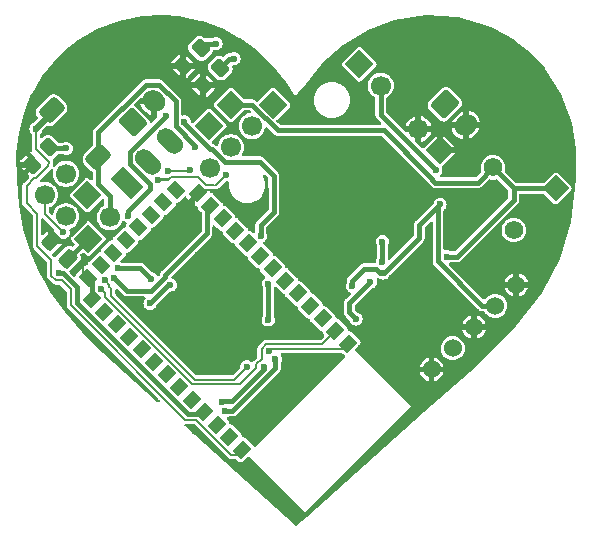
<source format=gtl>
G04 #@! TF.GenerationSoftware,KiCad,Pcbnew,(7.0.0)*
G04 #@! TF.CreationDate,2023-04-27T15:14:50-06:00*
G04 #@! TF.ProjectId,Fonocardiograma_V3C,466f6e6f-6361-4726-9469-6f6772616d61,rev?*
G04 #@! TF.SameCoordinates,Original*
G04 #@! TF.FileFunction,Copper,L1,Top*
G04 #@! TF.FilePolarity,Positive*
%FSLAX46Y46*%
G04 Gerber Fmt 4.6, Leading zero omitted, Abs format (unit mm)*
G04 Created by KiCad (PCBNEW (7.0.0)) date 2023-04-27 15:14:50*
%MOMM*%
%LPD*%
G01*
G04 APERTURE LIST*
G04 Aperture macros list*
%AMRoundRect*
0 Rectangle with rounded corners*
0 $1 Rounding radius*
0 $2 $3 $4 $5 $6 $7 $8 $9 X,Y pos of 4 corners*
0 Add a 4 corners polygon primitive as box body*
4,1,4,$2,$3,$4,$5,$6,$7,$8,$9,$2,$3,0*
0 Add four circle primitives for the rounded corners*
1,1,$1+$1,$2,$3*
1,1,$1+$1,$4,$5*
1,1,$1+$1,$6,$7*
1,1,$1+$1,$8,$9*
0 Add four rect primitives between the rounded corners*
20,1,$1+$1,$2,$3,$4,$5,0*
20,1,$1+$1,$4,$5,$6,$7,0*
20,1,$1+$1,$6,$7,$8,$9,0*
20,1,$1+$1,$8,$9,$2,$3,0*%
%AMHorizOval*
0 Thick line with rounded ends*
0 $1 width*
0 $2 $3 position (X,Y) of the first rounded end (center of the circle)*
0 $4 $5 position (X,Y) of the second rounded end (center of the circle)*
0 Add line between two ends*
20,1,$1,$2,$3,$4,$5,0*
0 Add two circle primitives to create the rounded ends*
1,1,$1,$2,$3*
1,1,$1,$4,$5*%
%AMRotRect*
0 Rectangle, with rotation*
0 The origin of the aperture is its center*
0 $1 length*
0 $2 width*
0 $3 Rotation angle, in degrees counterclockwise*
0 Add horizontal line*
21,1,$1,$2,0,0,$3*%
G04 Aperture macros list end*
G04 #@! TA.AperFunction,SMDPad,CuDef*
%ADD10RotRect,1.300000X1.000000X225.000000*%
G04 #@! TD*
G04 #@! TA.AperFunction,SMDPad,CuDef*
%ADD11RotRect,1.300000X1.000000X315.000000*%
G04 #@! TD*
G04 #@! TA.AperFunction,SMDPad,CuDef*
%ADD12RotRect,1.300000X1.000000X45.000000*%
G04 #@! TD*
G04 #@! TA.AperFunction,ComponentPad*
%ADD13RotRect,1.700000X1.700000X45.000000*%
G04 #@! TD*
G04 #@! TA.AperFunction,ComponentPad*
%ADD14HorizOval,1.700000X0.000000X0.000000X0.000000X0.000000X0*%
G04 #@! TD*
G04 #@! TA.AperFunction,ComponentPad*
%ADD15RotRect,1.700000X1.700000X315.000000*%
G04 #@! TD*
G04 #@! TA.AperFunction,ComponentPad*
%ADD16HorizOval,1.700000X0.000000X0.000000X0.000000X0.000000X0*%
G04 #@! TD*
G04 #@! TA.AperFunction,SMDPad,CuDef*
%ADD17RoundRect,0.250000X0.574524X0.097227X0.097227X0.574524X-0.574524X-0.097227X-0.097227X-0.574524X0*%
G04 #@! TD*
G04 #@! TA.AperFunction,ComponentPad*
%ADD18RoundRect,0.250000X-0.954594X-0.106066X-0.106066X-0.954594X0.954594X0.106066X0.106066X0.954594X0*%
G04 #@! TD*
G04 #@! TA.AperFunction,ComponentPad*
%ADD19HorizOval,1.700000X-0.106066X-0.106066X0.106066X0.106066X0*%
G04 #@! TD*
G04 #@! TA.AperFunction,SMDPad,CuDef*
%ADD20RoundRect,0.375000X-0.707107X-0.176777X-0.176777X-0.707107X0.707107X0.176777X0.176777X0.707107X0*%
G04 #@! TD*
G04 #@! TA.AperFunction,SMDPad,CuDef*
%ADD21RoundRect,0.250000X0.088388X-0.548008X0.548008X-0.088388X-0.088388X0.548008X-0.548008X0.088388X0*%
G04 #@! TD*
G04 #@! TA.AperFunction,ComponentPad*
%ADD22RotRect,1.700000X1.700000X225.000000*%
G04 #@! TD*
G04 #@! TA.AperFunction,ComponentPad*
%ADD23HorizOval,1.700000X0.000000X0.000000X0.000000X0.000000X0*%
G04 #@! TD*
G04 #@! TA.AperFunction,ComponentPad*
%ADD24RotRect,1.500000X2.500000X45.000000*%
G04 #@! TD*
G04 #@! TA.AperFunction,ComponentPad*
%ADD25HorizOval,1.500000X-0.353553X0.353553X0.353553X-0.353553X0*%
G04 #@! TD*
G04 #@! TA.AperFunction,ComponentPad*
%ADD26RotRect,1.700000X1.700000X135.000000*%
G04 #@! TD*
G04 #@! TA.AperFunction,ComponentPad*
%ADD27RoundRect,0.250000X0.106066X-0.954594X0.954594X-0.106066X-0.106066X0.954594X-0.954594X0.106066X0*%
G04 #@! TD*
G04 #@! TA.AperFunction,ComponentPad*
%ADD28HorizOval,1.700000X-0.106066X0.106066X0.106066X-0.106066X0*%
G04 #@! TD*
G04 #@! TA.AperFunction,ComponentPad*
%ADD29HorizOval,1.700000X0.000000X0.000000X0.000000X0.000000X0*%
G04 #@! TD*
G04 #@! TA.AperFunction,ComponentPad*
%ADD30C,1.524000*%
G04 #@! TD*
G04 #@! TA.AperFunction,ComponentPad*
%ADD31C,1.560000*%
G04 #@! TD*
G04 #@! TA.AperFunction,ComponentPad*
%ADD32RotRect,1.560000X1.560000X225.000000*%
G04 #@! TD*
G04 #@! TA.AperFunction,ViaPad*
%ADD33C,0.600000*%
G04 #@! TD*
G04 #@! TA.AperFunction,Conductor*
%ADD34C,0.400000*%
G04 #@! TD*
G04 #@! TA.AperFunction,Conductor*
%ADD35C,0.200000*%
G04 #@! TD*
G04 APERTURE END LIST*
D10*
X105155919Y-74675999D03*
X104095259Y-73615339D03*
X103034599Y-72554679D03*
X101973939Y-71494019D03*
X100913279Y-70433359D03*
X99852619Y-69372698D03*
X98791958Y-68312038D03*
X97731298Y-67251378D03*
X96670638Y-66190718D03*
X95609978Y-65130058D03*
X94549318Y-64069398D03*
X93488658Y-63008737D03*
X92427997Y-61948077D03*
D11*
X90589520Y-61665235D03*
X89528860Y-62725895D03*
X88468199Y-63786555D03*
X87407539Y-64847215D03*
X86346879Y-65907875D03*
X85286219Y-66968535D03*
X84225559Y-68029196D03*
X83164899Y-69089856D03*
D12*
X83447741Y-70928333D03*
X84508401Y-71988994D03*
X85569062Y-73049654D03*
X86629722Y-74110314D03*
X87690382Y-75170974D03*
X88751042Y-76231634D03*
X89811702Y-77292294D03*
X90872362Y-78352955D03*
X91933023Y-79413615D03*
X92993683Y-80474275D03*
X94054343Y-81534935D03*
X95115003Y-82595595D03*
X96175663Y-83656255D03*
D13*
X83184999Y-65785999D03*
D14*
X84981050Y-63989948D03*
D15*
X106128548Y-51041438D03*
D16*
X107924599Y-52837489D03*
D17*
X81454823Y-67484823D03*
X79987577Y-66017577D03*
D18*
X113355639Y-54421594D03*
D19*
X115123405Y-56189360D03*
D20*
X80066344Y-54920344D03*
X84017656Y-58871656D03*
D21*
X78396216Y-59525784D03*
X79845784Y-58076216D03*
D15*
X98826005Y-54462993D03*
D16*
X97029954Y-56259044D03*
X95233903Y-58055095D03*
X93437851Y-59851147D03*
D22*
X83083122Y-62102999D03*
D23*
X81287071Y-63899050D03*
X81287071Y-60306948D03*
X79491020Y-62102999D03*
D24*
X86468948Y-61105050D03*
D25*
X88264999Y-59308999D03*
X90061050Y-57512948D03*
D26*
X95249999Y-54457599D03*
D27*
X86933594Y-55935361D03*
D28*
X88701360Y-54167593D03*
D26*
X112915561Y-58305561D03*
D29*
X111119510Y-56509510D03*
D21*
X91223216Y-51143784D03*
X92672784Y-49694216D03*
D30*
X112231898Y-76871103D03*
X114027949Y-75075052D03*
X115824000Y-73279000D03*
X117620052Y-71482949D03*
X119416103Y-69686898D03*
D26*
X93421199Y-56235599D03*
D21*
X92874216Y-52794784D03*
X94323784Y-51345216D03*
D31*
X119196153Y-65073687D03*
X117428386Y-59770386D03*
D32*
X122731686Y-61538152D03*
D33*
X108458000Y-58166000D03*
X109220000Y-58928000D03*
X111125000Y-60833000D03*
X109982000Y-61595000D03*
X108204000Y-59563000D03*
X107569000Y-58801000D03*
X105664000Y-63754000D03*
X106426000Y-62992000D03*
X107442000Y-62103000D03*
X108458000Y-61214000D03*
X109093000Y-60579000D03*
X110109000Y-59944000D03*
X84201000Y-51054000D03*
X89535000Y-67437000D03*
X99822000Y-61849000D03*
X100838000Y-54229000D03*
X99441000Y-52832000D03*
X98171000Y-51308000D03*
X96901000Y-50165000D03*
X95504000Y-49149000D03*
X93472000Y-48133000D03*
X91821000Y-47498000D03*
X90422538Y-47388859D03*
X86487000Y-47752000D03*
X84201000Y-48514000D03*
X82296000Y-49784000D03*
X80645000Y-51054000D03*
X78994000Y-53467000D03*
X77851000Y-56134000D03*
X77724000Y-58293000D03*
X77470000Y-60452000D03*
X77978000Y-64389000D03*
X79375000Y-68326000D03*
X80264000Y-69977000D03*
X92202000Y-82042000D03*
X95758000Y-85090000D03*
X96901000Y-85979000D03*
X98298000Y-87249000D03*
X99695000Y-88519000D03*
X100838000Y-89535000D03*
X107823000Y-83312000D03*
X109347000Y-81788000D03*
X112014000Y-79502000D03*
X113792000Y-77851000D03*
X115443000Y-76200000D03*
X117094000Y-74803000D03*
X118618000Y-73152000D03*
X119761000Y-71628000D03*
X120904000Y-70231000D03*
X121666000Y-69088000D03*
X122428000Y-67310000D03*
X123190000Y-65532000D03*
X123571000Y-63500000D03*
X123952000Y-59944000D03*
X123825000Y-58166000D03*
X123317000Y-55753000D03*
X122428000Y-53594000D03*
X121412000Y-51943000D03*
X119888000Y-50165000D03*
X117856000Y-48768000D03*
X115443000Y-47879000D03*
X112649000Y-47498000D03*
X109982000Y-47625000D03*
X107569000Y-48387000D03*
X105664000Y-49403000D03*
X104013000Y-50673000D03*
X102997000Y-51943000D03*
X101981000Y-53213000D03*
X104648000Y-57912000D03*
X103632000Y-58674000D03*
X103632000Y-57531000D03*
X101981000Y-57531000D03*
X101981000Y-58674000D03*
X100584000Y-58674000D03*
X104521000Y-60198000D03*
X103632000Y-60960000D03*
X103632000Y-60198000D03*
X101219000Y-60960000D03*
X102489000Y-60960000D03*
X102489000Y-60198000D03*
X101219000Y-60198000D03*
X100203000Y-60198000D03*
X100584000Y-63246000D03*
X99060000Y-64643000D03*
X94615000Y-62103000D03*
X96647000Y-64135000D03*
X83058000Y-60325000D03*
X90932000Y-68834000D03*
X97917000Y-82296000D03*
X97282000Y-82931000D03*
X111506000Y-78867000D03*
X106299000Y-75057000D03*
X107315000Y-74930000D03*
X108331000Y-75946000D03*
X109601000Y-77089000D03*
X110490000Y-77978000D03*
X87757000Y-71882000D03*
X90043000Y-73279000D03*
X90297000Y-74803000D03*
X90932000Y-75438000D03*
X91313000Y-74295000D03*
X92837000Y-75819000D03*
X94107000Y-71628000D03*
X94996000Y-73787000D03*
X92964000Y-72898000D03*
X91567000Y-71501000D03*
X92837000Y-70358000D03*
X99441000Y-72009000D03*
X100838000Y-73406000D03*
X101727000Y-73406000D03*
X100838000Y-72390000D03*
X99949000Y-71501000D03*
X99187000Y-70612000D03*
X97282000Y-72390000D03*
X96393000Y-68834000D03*
X97155000Y-71374000D03*
X95631000Y-69977000D03*
X96520000Y-67818000D03*
X95758000Y-67183000D03*
X92456000Y-67183000D03*
X93980000Y-65405000D03*
X94615000Y-65913000D03*
X87630000Y-66421000D03*
X88265000Y-65786000D03*
X90297000Y-63754000D03*
X92329000Y-63627000D03*
X91948000Y-64516000D03*
X91059000Y-65532000D03*
X89662000Y-64516000D03*
X91186000Y-63373000D03*
X89027000Y-67945000D03*
X86537800Y-63855600D03*
X89789000Y-55372000D03*
X112598200Y-59969400D03*
X105530106Y-69817213D03*
X88393998Y-71270402D03*
X90119200Y-69723000D03*
X94751901Y-80395618D03*
X108140500Y-68706500D03*
X112953800Y-62890400D03*
X99003128Y-75986310D03*
X93980000Y-49276000D03*
X113538000Y-67310000D03*
X89076658Y-60825047D03*
X94829179Y-60392279D03*
X89890600Y-60045600D03*
X91821000Y-59944000D03*
X81040329Y-65263671D03*
X84555071Y-69289106D03*
X96596200Y-76631800D03*
X98475800Y-75311000D03*
X108077000Y-66040000D03*
X108052902Y-67793902D03*
X107061000Y-69459000D03*
X105833591Y-72601409D03*
X88490361Y-69186361D03*
X85664700Y-68284450D03*
X92202000Y-58039000D03*
X85328048Y-69084877D03*
X95504000Y-50546000D03*
X81320933Y-58155249D03*
X91313000Y-55905400D03*
X97764600Y-65557400D03*
X98425000Y-69596000D03*
X98399600Y-72669400D03*
X98006551Y-76697253D03*
X94474740Y-79589428D03*
X84246775Y-70026774D03*
X78740000Y-56515000D03*
X80699502Y-68732400D03*
D34*
X91186000Y-63190076D02*
X92427998Y-61948078D01*
X91186000Y-63373000D02*
X91186000Y-63190076D01*
D35*
X92683676Y-61692400D02*
X92427998Y-61948078D01*
X94193038Y-61692400D02*
X92683676Y-61692400D01*
X94354565Y-61715565D02*
X94262219Y-61623219D01*
X94354565Y-61842565D02*
X94354565Y-61715565D01*
X94262219Y-61623219D02*
X94193038Y-61692400D01*
X94615000Y-62103000D02*
X94354565Y-61842565D01*
D34*
X91968378Y-63266378D02*
X91968378Y-62407698D01*
X91968378Y-62407698D02*
X92427998Y-61948078D01*
X92329000Y-63627000D02*
X91968378Y-63266378D01*
X86537800Y-63444606D02*
X86537800Y-63855600D01*
X86708447Y-59453745D02*
X88392000Y-61137298D01*
X88392000Y-61137298D02*
X88392000Y-61590406D01*
X89789000Y-55376596D02*
X86708447Y-58457149D01*
X89789000Y-55372000D02*
X89789000Y-55376596D01*
X86708447Y-58457149D02*
X86708447Y-59453745D01*
X88392000Y-61590406D02*
X86537800Y-63444606D01*
D35*
X81252123Y-66017577D02*
X83172411Y-64097289D01*
X79987577Y-66017577D02*
X81252123Y-66017577D01*
X83172411Y-63893589D02*
X81528041Y-62249218D01*
X84740082Y-65461259D02*
X83172411Y-63893589D01*
X83172411Y-64097289D02*
X83172411Y-63893589D01*
X81040329Y-65263671D02*
X81025346Y-65263671D01*
X81025346Y-65263671D02*
X79491021Y-63729346D01*
X79491021Y-63729346D02*
X79491021Y-62103000D01*
X84963000Y-69850000D02*
X84963000Y-69697035D01*
X85115400Y-70002400D02*
X84963000Y-69850000D01*
X92200625Y-77722625D02*
X85115400Y-70637400D01*
X84963000Y-69697035D02*
X84555071Y-69289106D01*
X95505375Y-77722625D02*
X92200625Y-77722625D01*
X96596200Y-76631800D02*
X95505375Y-77722625D01*
X85115400Y-70637400D02*
X85115400Y-70002400D01*
D34*
X87588450Y-68284450D02*
X88490361Y-69186361D01*
X85664700Y-68284450D02*
X87588450Y-68284450D01*
X93227000Y-65347097D02*
X93227000Y-63270477D01*
X89670918Y-68903179D02*
X93227000Y-65347097D01*
X89670918Y-69070000D02*
X89670918Y-68903179D01*
X88509918Y-70231000D02*
X89670918Y-69070000D01*
X93227000Y-63270477D02*
X93488739Y-63008738D01*
X85328048Y-69084877D02*
X86474171Y-70231000D01*
X86474171Y-70231000D02*
X88509918Y-70231000D01*
D35*
X102975060Y-74735620D02*
X104095340Y-73615340D01*
X98748949Y-74735620D02*
X102975060Y-74735620D01*
X98724329Y-74711000D02*
X98748949Y-74735620D01*
X98227271Y-74711000D02*
X98724329Y-74711000D01*
X97840800Y-75097471D02*
X98227271Y-74711000D01*
X97840800Y-76014475D02*
X97840800Y-75097471D01*
X84613995Y-70751004D02*
X91985616Y-78122625D01*
X91985616Y-78122625D02*
X96014787Y-78122625D01*
X84613995Y-70393994D02*
X84613995Y-70751004D01*
X97406551Y-76448724D02*
X97840800Y-76014475D01*
X84246775Y-70026774D02*
X84613995Y-70393994D01*
X96014787Y-78122625D02*
X97406551Y-76730861D01*
X97406551Y-76730861D02*
X97406551Y-76448724D01*
X84740082Y-65932218D02*
X84740082Y-65461259D01*
X82705280Y-68630237D02*
X82705280Y-67967020D01*
X82705280Y-67967020D02*
X84740082Y-65932218D01*
X81528041Y-61854959D02*
X83058000Y-60325000D01*
X83164900Y-69089857D02*
X82705280Y-68630237D01*
X81528041Y-62249218D02*
X81528041Y-61854959D01*
D34*
X83447742Y-69372699D02*
X83164900Y-69089857D01*
X83447742Y-70928334D02*
X83447742Y-69372699D01*
X78396216Y-59525784D02*
X77470000Y-60452000D01*
X78396216Y-58965216D02*
X77724000Y-58293000D01*
X78396216Y-59525784D02*
X78396216Y-58965216D01*
X82181649Y-71222041D02*
X82181649Y-69888049D01*
X92993764Y-80474276D02*
X92841251Y-80626789D01*
X92841251Y-80626789D02*
X91586397Y-80626789D01*
X81026000Y-68732400D02*
X80699502Y-68732400D01*
X82181649Y-69888049D02*
X81026000Y-68732400D01*
X91586397Y-80626789D02*
X82181649Y-71222041D01*
D35*
X96175744Y-83656256D02*
X95716124Y-84115876D01*
X80450973Y-69332400D02*
X80045000Y-68926427D01*
X92302773Y-81126789D02*
X91379291Y-81126789D01*
X95716124Y-84115876D02*
X95291860Y-84115876D01*
X81681649Y-71429147D02*
X81681649Y-70095155D01*
X91379291Y-81126789D02*
X81681649Y-71429147D01*
X95291860Y-84115876D02*
X92302773Y-81126789D01*
X81681649Y-70095155D02*
X80918894Y-69332400D01*
X79857600Y-59403714D02*
X79857600Y-59325470D01*
X80918894Y-69332400D02*
X80450973Y-69332400D01*
X80045000Y-68926427D02*
X80045000Y-67624400D01*
X80045000Y-67624400D02*
X78810053Y-66389453D01*
X78810053Y-66389453D02*
X78810053Y-63671131D01*
X78810053Y-63671131D02*
X77941021Y-62802099D01*
X77941021Y-62802099D02*
X77941021Y-61327180D01*
X77941021Y-61327180D02*
X78591409Y-60676792D01*
X78591409Y-60676792D02*
X78734374Y-60676792D01*
X78734374Y-60676792D02*
X79737072Y-59674094D01*
X79737072Y-59674094D02*
X79737072Y-59524242D01*
X79737072Y-59524242D02*
X79857600Y-59403714D01*
X79857600Y-59325470D02*
X78747776Y-58215646D01*
X78747776Y-58215646D02*
X78747776Y-56238912D01*
X78747776Y-56238912D02*
X80066344Y-54920344D01*
D34*
X94553168Y-79511000D02*
X94474740Y-79589428D01*
X98006551Y-76697253D02*
X98006551Y-76837967D01*
X95333518Y-79511000D02*
X94553168Y-79511000D01*
X98006551Y-76837967D02*
X95333518Y-79511000D01*
X94751901Y-80395618D02*
X95372382Y-80395618D01*
X95372382Y-80395618D02*
X99003128Y-76764872D01*
X99003128Y-76764872D02*
X99003128Y-75986310D01*
X105530106Y-69348894D02*
X106553000Y-68326000D01*
X117620052Y-71482949D02*
X116542422Y-71482949D01*
X107520097Y-68326000D02*
X107900597Y-68706500D01*
X90119200Y-69723000D02*
X89941400Y-69723000D01*
X108204500Y-68706500D02*
X108140500Y-68706500D01*
X108140500Y-68706500D02*
X108203500Y-68706500D01*
X105530106Y-69817213D02*
X105530106Y-69348894D01*
X107924600Y-55295800D02*
X107924600Y-52837490D01*
X112785000Y-63059200D02*
X112953800Y-62890400D01*
X107900597Y-68706500D02*
X108140500Y-68706500D01*
X111201200Y-64642534D02*
X111201666Y-64642534D01*
X116542422Y-71482949D02*
X112785000Y-67725527D01*
X89941400Y-69723000D02*
X88393998Y-71270402D01*
X111201200Y-64642534D02*
X111201200Y-65709800D01*
X111201666Y-64642534D02*
X112953800Y-62890400D01*
X106553000Y-68326000D02*
X107520097Y-68326000D01*
X112785000Y-67725527D02*
X112785000Y-63059200D01*
X112598200Y-59969400D02*
X107924600Y-55295800D01*
X111201200Y-65709800D02*
X108204500Y-68706500D01*
X93980000Y-49276000D02*
X93091000Y-49276000D01*
X93091000Y-49276000D02*
X92672784Y-49694216D01*
X116146172Y-61052600D02*
X117428386Y-59770386D01*
X113538000Y-67310000D02*
X114427000Y-67310000D01*
X122731687Y-61538153D02*
X119196153Y-61538153D01*
X112014000Y-60452000D02*
X112014000Y-60500903D01*
X112565697Y-61052600D02*
X116146172Y-61052600D01*
X119196153Y-61538153D02*
X117428386Y-59770386D01*
X97052844Y-54457600D02*
X99211844Y-56616600D01*
X119196153Y-62540847D02*
X119196153Y-61538153D01*
X112014000Y-60500903D02*
X112565697Y-61052600D01*
X99211844Y-56616600D02*
X108178600Y-56616600D01*
X114427000Y-67310000D02*
X119196153Y-62540847D01*
X108178600Y-56616600D02*
X112014000Y-60452000D01*
X95250000Y-54457600D02*
X97052844Y-54457600D01*
D35*
X90212401Y-60552063D02*
X91692463Y-60552063D01*
X94829179Y-60415621D02*
X94005400Y-61239400D01*
X93137858Y-61239400D02*
X93853237Y-61239400D01*
X89154841Y-60746864D02*
X90017600Y-60746864D01*
X91692463Y-60552063D02*
X91694000Y-60553600D01*
X89076658Y-60825047D02*
X89154841Y-60746864D01*
X92452058Y-60553600D02*
X93137858Y-61239400D01*
X94829179Y-60392279D02*
X94829179Y-60415621D01*
X89076658Y-60825047D02*
X89939417Y-60825047D01*
X89939417Y-60825047D02*
X90212401Y-60552063D01*
X91694000Y-60553600D02*
X92452058Y-60553600D01*
X91821000Y-59944000D02*
X91897200Y-59944000D01*
X91897200Y-59944000D02*
X91846400Y-59994800D01*
X91795600Y-60045600D02*
X91821000Y-60020200D01*
X89890600Y-60045600D02*
X91795600Y-60045600D01*
X91821000Y-60020200D02*
X91821000Y-59944000D01*
X104696380Y-75135620D02*
X98651180Y-75135620D01*
X105156000Y-74676000D02*
X104696380Y-75135620D01*
D34*
X105257600Y-71262400D02*
X107061000Y-69459000D01*
X105257600Y-72025418D02*
X105257600Y-71262400D01*
X108077000Y-66040000D02*
X108077000Y-67769804D01*
X108077000Y-67769804D02*
X108052902Y-67793902D01*
X105833591Y-72601409D02*
X105257600Y-72025418D01*
X84017656Y-58871656D02*
X84017656Y-61194813D01*
X92202000Y-57937400D02*
X92202000Y-58039000D01*
X90560000Y-54161800D02*
X90560000Y-56295400D01*
X84981051Y-62158208D02*
X84981051Y-63989949D01*
X84017656Y-61194813D02*
X84981051Y-62158208D01*
X88055575Y-52758528D02*
X89156728Y-52758528D01*
X84017656Y-58871656D02*
X84017656Y-56796447D01*
X89156728Y-52758528D02*
X90560000Y-54161800D01*
X90560000Y-56295400D02*
X92202000Y-57937400D01*
X84017656Y-56796447D02*
X88055575Y-52758528D01*
X81534000Y-67437000D02*
X83185000Y-65786000D01*
X95504000Y-50546000D02*
X95123000Y-50546000D01*
X95123000Y-50546000D02*
X94323784Y-51345216D01*
X81320933Y-58155249D02*
X79924817Y-58155249D01*
X79924817Y-58155249D02*
X79845784Y-58076216D01*
X93503797Y-58197797D02*
X91313000Y-56007000D01*
X97688400Y-59283600D02*
X95773167Y-59283600D01*
X98882200Y-63524316D02*
X98882200Y-61377789D01*
X91313000Y-56007000D02*
X91313000Y-55905400D01*
X95773167Y-59283600D02*
X95751671Y-59305096D01*
X98399600Y-69621400D02*
X98425000Y-69596000D01*
X93608838Y-58197797D02*
X93503797Y-58197797D01*
X98856800Y-60452000D02*
X97688400Y-59283600D01*
X98882200Y-61377789D02*
X98856800Y-61352389D01*
X98856800Y-61352389D02*
X98856800Y-60452000D01*
X95751671Y-59305096D02*
X94716137Y-59305096D01*
X97764600Y-64641916D02*
X98882200Y-63524316D01*
X94716137Y-59305096D02*
X93608838Y-58197797D01*
X97764600Y-65557400D02*
X97764600Y-64641916D01*
X98399600Y-72669400D02*
X98399600Y-69621400D01*
X80066344Y-55188656D02*
X78740000Y-56515000D01*
X80066344Y-54920344D02*
X80066344Y-55188656D01*
G04 #@! TA.AperFunction,Conductor*
G36*
X89454554Y-46859124D02*
G01*
X90830555Y-46971752D01*
X91160873Y-46998790D01*
X91178048Y-47001418D01*
X92641576Y-47331623D01*
X92769702Y-47360532D01*
X92835405Y-47375356D01*
X92851897Y-47380302D01*
X94445933Y-47981881D01*
X94461283Y-47988902D01*
X95958944Y-48801530D01*
X95977488Y-48811592D01*
X95991370Y-48820362D01*
X97415104Y-49857688D01*
X97427302Y-49867831D01*
X98743852Y-51113365D01*
X98754268Y-51124511D01*
X99950001Y-52573267D01*
X99956534Y-52581928D01*
X100540350Y-53430747D01*
X100539210Y-53431530D01*
X100539249Y-53431585D01*
X100540353Y-53430758D01*
X100540404Y-53430826D01*
X100540456Y-53430901D01*
X100539322Y-53431686D01*
X100539361Y-53431740D01*
X100540465Y-53430907D01*
X100775599Y-53742211D01*
X100785471Y-53755280D01*
X100785574Y-53755443D01*
X100785700Y-53755472D01*
X100785812Y-53755538D01*
X100785894Y-53755516D01*
X100785978Y-53755536D01*
X100786087Y-53755466D01*
X100786213Y-53755434D01*
X100786309Y-53755269D01*
X101218420Y-53146800D01*
X101222342Y-53141579D01*
X102844622Y-51097232D01*
X102859063Y-51081912D01*
X102904302Y-51041439D01*
X104668002Y-51041439D01*
X104687676Y-51140349D01*
X104729563Y-51203038D01*
X105966950Y-52440424D01*
X106029639Y-52482312D01*
X106128549Y-52501986D01*
X106227459Y-52482312D01*
X106290148Y-52440425D01*
X107527534Y-51203038D01*
X107569422Y-51140349D01*
X107589096Y-51041439D01*
X107569422Y-50942529D01*
X107527535Y-50879840D01*
X106290148Y-49642454D01*
X106227459Y-49600566D01*
X106215481Y-49598183D01*
X106215480Y-49598183D01*
X106140529Y-49583275D01*
X106128549Y-49580892D01*
X106029639Y-49600566D01*
X106019485Y-49607350D01*
X106019484Y-49607351D01*
X105972018Y-49639066D01*
X105972013Y-49639069D01*
X105966950Y-49642453D01*
X105962642Y-49646760D01*
X105962637Y-49646765D01*
X104733871Y-50875532D01*
X104733866Y-50875537D01*
X104729564Y-50879840D01*
X104726181Y-50884902D01*
X104726180Y-50884904D01*
X104694460Y-50932375D01*
X104694458Y-50932378D01*
X104687676Y-50942529D01*
X104685293Y-50954504D01*
X104685293Y-50954507D01*
X104678458Y-50988873D01*
X104668002Y-51041439D01*
X102904302Y-51041439D01*
X104731608Y-49406634D01*
X104749417Y-49393371D01*
X106823412Y-48120627D01*
X106844798Y-48110184D01*
X109067183Y-47278533D01*
X109092224Y-47272044D01*
X111742567Y-46874075D01*
X111768763Y-46872947D01*
X114416826Y-47039832D01*
X114442577Y-47044212D01*
X116978877Y-47757187D01*
X117003873Y-47767255D01*
X117408335Y-47983926D01*
X119320478Y-49008262D01*
X119340466Y-49021612D01*
X120658426Y-50100422D01*
X120669861Y-50111055D01*
X121796055Y-51299068D01*
X121837663Y-51342960D01*
X121852702Y-51362355D01*
X121874211Y-51396629D01*
X123207237Y-53520759D01*
X123218630Y-53543992D01*
X124107473Y-55968627D01*
X124113619Y-55992529D01*
X124449588Y-58185518D01*
X124451018Y-58204175D01*
X124453521Y-60758771D01*
X124452600Y-60773973D01*
X124013396Y-64358393D01*
X124009153Y-64378723D01*
X123083449Y-67485291D01*
X123074349Y-67507620D01*
X121571566Y-70363677D01*
X121560189Y-70381445D01*
X119385770Y-73213888D01*
X119376833Y-73224286D01*
X117849224Y-74814415D01*
X117845358Y-74818266D01*
X115467242Y-77085078D01*
X115463587Y-77088425D01*
X111575413Y-80508734D01*
X111575384Y-80508759D01*
X111575348Y-80508792D01*
X111575347Y-80508793D01*
X111575303Y-80508831D01*
X111575201Y-80508922D01*
X111575199Y-80508924D01*
X111575075Y-80509034D01*
X111575013Y-80509089D01*
X101678960Y-89343331D01*
X101678490Y-89342805D01*
X101678486Y-89342807D01*
X101678959Y-89343332D01*
X100866847Y-90073703D01*
X100813909Y-90101826D01*
X100753965Y-90101830D01*
X100701023Y-90073714D01*
X99888924Y-89343547D01*
X99889403Y-89343013D01*
X99889400Y-89343012D01*
X99888923Y-89343546D01*
X91348608Y-81696668D01*
X91315198Y-81647770D01*
X91308277Y-81588953D01*
X91329424Y-81533634D01*
X91373815Y-81494432D01*
X91431325Y-81480289D01*
X92104986Y-81480289D01*
X92152439Y-81489728D01*
X92192667Y-81516608D01*
X95006876Y-84330816D01*
X95021661Y-84349023D01*
X95022567Y-84350007D01*
X95028185Y-84358606D01*
X95036290Y-84364914D01*
X95051922Y-84377081D01*
X95055903Y-84380314D01*
X95058982Y-84382922D01*
X95062611Y-84386551D01*
X95066783Y-84389529D01*
X95066788Y-84389534D01*
X95078401Y-84397825D01*
X95082505Y-84400885D01*
X95121286Y-84431069D01*
X95128365Y-84433499D01*
X95134456Y-84437848D01*
X95144305Y-84440780D01*
X95144307Y-84440781D01*
X95181512Y-84451857D01*
X95186394Y-84453421D01*
X95209351Y-84461301D01*
X95232871Y-84469376D01*
X95240359Y-84469376D01*
X95247530Y-84471511D01*
X95296590Y-84469482D01*
X95301715Y-84469376D01*
X95659681Y-84469376D01*
X95707134Y-84478815D01*
X95747362Y-84505695D01*
X95907999Y-84666332D01*
X95970688Y-84708220D01*
X96069598Y-84727895D01*
X96168508Y-84708220D01*
X96231197Y-84666333D01*
X96620787Y-84276740D01*
X96676374Y-84244647D01*
X96740561Y-84244647D01*
X96796149Y-84276741D01*
X101496643Y-88977235D01*
X110476899Y-79996979D01*
X107603635Y-77123715D01*
X111253719Y-77123715D01*
X111254412Y-77134999D01*
X111290641Y-77254430D01*
X111295278Y-77265623D01*
X111383505Y-77430684D01*
X111390246Y-77440773D01*
X111508980Y-77585451D01*
X111517549Y-77594020D01*
X111662227Y-77712754D01*
X111672316Y-77719495D01*
X111837377Y-77807722D01*
X111848570Y-77812359D01*
X111968001Y-77848588D01*
X111979285Y-77849281D01*
X111981898Y-77838280D01*
X112481898Y-77838280D01*
X112484510Y-77849281D01*
X112495794Y-77848588D01*
X112615225Y-77812359D01*
X112626418Y-77807722D01*
X112791479Y-77719495D01*
X112801568Y-77712754D01*
X112946246Y-77594020D01*
X112954815Y-77585451D01*
X113073549Y-77440773D01*
X113080290Y-77430684D01*
X113168517Y-77265623D01*
X113173154Y-77254430D01*
X113209383Y-77134999D01*
X113210076Y-77123715D01*
X113199075Y-77121103D01*
X112498224Y-77121103D01*
X112485348Y-77124553D01*
X112481898Y-77137429D01*
X112481898Y-77838280D01*
X111981898Y-77838280D01*
X111981898Y-77137429D01*
X111978447Y-77124553D01*
X111965572Y-77121103D01*
X111264721Y-77121103D01*
X111253719Y-77123715D01*
X107603635Y-77123715D01*
X107098410Y-76618490D01*
X111253719Y-76618490D01*
X111264721Y-76621103D01*
X111965572Y-76621103D01*
X111978447Y-76617652D01*
X111981898Y-76604777D01*
X112481898Y-76604777D01*
X112485348Y-76617652D01*
X112498224Y-76621103D01*
X113199075Y-76621103D01*
X113210076Y-76618490D01*
X113209383Y-76607206D01*
X113173154Y-76487775D01*
X113168517Y-76476582D01*
X113080290Y-76311521D01*
X113073549Y-76301432D01*
X112954815Y-76156754D01*
X112946246Y-76148185D01*
X112801568Y-76029451D01*
X112791479Y-76022710D01*
X112626418Y-75934483D01*
X112615225Y-75929846D01*
X112495794Y-75893617D01*
X112484510Y-75892924D01*
X112481898Y-75903926D01*
X112481898Y-76604777D01*
X111981898Y-76604777D01*
X111981898Y-75903926D01*
X111979285Y-75892924D01*
X111968001Y-75893617D01*
X111848570Y-75929846D01*
X111837377Y-75934483D01*
X111672316Y-76022710D01*
X111662227Y-76029451D01*
X111517549Y-76148185D01*
X111508980Y-76156754D01*
X111390246Y-76301432D01*
X111383505Y-76311521D01*
X111295278Y-76476582D01*
X111290641Y-76487775D01*
X111254412Y-76607206D01*
X111253719Y-76618490D01*
X107098410Y-76618490D01*
X105776405Y-75296485D01*
X105744311Y-75240898D01*
X105744311Y-75176710D01*
X105776405Y-75121123D01*
X105822476Y-75075052D01*
X113007535Y-75075052D01*
X113008132Y-75081113D01*
X113026544Y-75268060D01*
X113026545Y-75268066D01*
X113027142Y-75274125D01*
X113028909Y-75279950D01*
X113028910Y-75279955D01*
X113074149Y-75429089D01*
X113085209Y-75465548D01*
X113088079Y-75470917D01*
X113088081Y-75470922D01*
X113152558Y-75591549D01*
X113179506Y-75641964D01*
X113183367Y-75646669D01*
X113183368Y-75646670D01*
X113239181Y-75714679D01*
X113306407Y-75796594D01*
X113461037Y-75923495D01*
X113637453Y-76017792D01*
X113828876Y-76075859D01*
X114027949Y-76095466D01*
X114227022Y-76075859D01*
X114418445Y-76017792D01*
X114594861Y-75923495D01*
X114749491Y-75796594D01*
X114876392Y-75641964D01*
X114970689Y-75465548D01*
X115028756Y-75274125D01*
X115048363Y-75075052D01*
X115028756Y-74875979D01*
X114970689Y-74684556D01*
X114876392Y-74508140D01*
X114749491Y-74353510D01*
X114594861Y-74226609D01*
X114589492Y-74223739D01*
X114423819Y-74135184D01*
X114423814Y-74135182D01*
X114418445Y-74132312D01*
X114381986Y-74121252D01*
X114232852Y-74076013D01*
X114232847Y-74076012D01*
X114227022Y-74074245D01*
X114220963Y-74073648D01*
X114220957Y-74073647D01*
X114034010Y-74055235D01*
X114027949Y-74054638D01*
X114021888Y-74055235D01*
X113834940Y-74073647D01*
X113834932Y-74073648D01*
X113828876Y-74074245D01*
X113823052Y-74076011D01*
X113823045Y-74076013D01*
X113643284Y-74130543D01*
X113643282Y-74130543D01*
X113637453Y-74132312D01*
X113632086Y-74135180D01*
X113632078Y-74135184D01*
X113466405Y-74223739D01*
X113466399Y-74223742D01*
X113461037Y-74226609D01*
X113456336Y-74230466D01*
X113456330Y-74230471D01*
X113311113Y-74349647D01*
X113311107Y-74349652D01*
X113306407Y-74353510D01*
X113302549Y-74358210D01*
X113302544Y-74358216D01*
X113183368Y-74503433D01*
X113183363Y-74503439D01*
X113179506Y-74508140D01*
X113176639Y-74513502D01*
X113176636Y-74513508D01*
X113088081Y-74679181D01*
X113088077Y-74679189D01*
X113085209Y-74684556D01*
X113083440Y-74690385D01*
X113083440Y-74690387D01*
X113028910Y-74870148D01*
X113028908Y-74870155D01*
X113027142Y-74875979D01*
X113026545Y-74882035D01*
X113026544Y-74882043D01*
X113015714Y-74992006D01*
X113007535Y-75075052D01*
X105822476Y-75075052D01*
X105910401Y-74987127D01*
X106165996Y-74731533D01*
X106207884Y-74668844D01*
X106227559Y-74569934D01*
X106207884Y-74471024D01*
X106165997Y-74408335D01*
X105423585Y-73665924D01*
X105360896Y-73624036D01*
X105348917Y-73621653D01*
X105263935Y-73604748D01*
X105219237Y-73586233D01*
X105185026Y-73552022D01*
X105176572Y-73531612D01*
X114845821Y-73531612D01*
X114846514Y-73542896D01*
X114882743Y-73662327D01*
X114887380Y-73673520D01*
X114975607Y-73838581D01*
X114982348Y-73848670D01*
X115101082Y-73993348D01*
X115109651Y-74001917D01*
X115254329Y-74120651D01*
X115264418Y-74127392D01*
X115429479Y-74215619D01*
X115440672Y-74220256D01*
X115560103Y-74256485D01*
X115571387Y-74257178D01*
X115574000Y-74246177D01*
X116074000Y-74246177D01*
X116076612Y-74257178D01*
X116087896Y-74256485D01*
X116207327Y-74220256D01*
X116218520Y-74215619D01*
X116383581Y-74127392D01*
X116393670Y-74120651D01*
X116538348Y-74001917D01*
X116546917Y-73993348D01*
X116665651Y-73848670D01*
X116672392Y-73838581D01*
X116760619Y-73673520D01*
X116765256Y-73662327D01*
X116801485Y-73542896D01*
X116802178Y-73531612D01*
X116791177Y-73529000D01*
X116090326Y-73529000D01*
X116077450Y-73532450D01*
X116074000Y-73545326D01*
X116074000Y-74246177D01*
X115574000Y-74246177D01*
X115574000Y-73545326D01*
X115570549Y-73532450D01*
X115557674Y-73529000D01*
X114856823Y-73529000D01*
X114845821Y-73531612D01*
X105176572Y-73531612D01*
X105166511Y-73507323D01*
X105149607Y-73422345D01*
X105147224Y-73410364D01*
X105105337Y-73347675D01*
X104362925Y-72605264D01*
X104300236Y-72563376D01*
X104288257Y-72560993D01*
X104203275Y-72544088D01*
X104158577Y-72525573D01*
X104124366Y-72491362D01*
X104105851Y-72446663D01*
X104088947Y-72361685D01*
X104086564Y-72349704D01*
X104044677Y-72287015D01*
X103302265Y-71544604D01*
X103239576Y-71502716D01*
X103227597Y-71500333D01*
X103142615Y-71483428D01*
X103097917Y-71464913D01*
X103063706Y-71430702D01*
X103045191Y-71386003D01*
X103033693Y-71328201D01*
X103025904Y-71289044D01*
X102984017Y-71226355D01*
X102241605Y-70483944D01*
X102178916Y-70442056D01*
X102166937Y-70439673D01*
X102081955Y-70422768D01*
X102037257Y-70404253D01*
X102003046Y-70370042D01*
X101984531Y-70325343D01*
X101968646Y-70245488D01*
X101965244Y-70228384D01*
X101923357Y-70165695D01*
X101180945Y-69423284D01*
X101118256Y-69381396D01*
X101106277Y-69379013D01*
X101021295Y-69362108D01*
X100976596Y-69343593D01*
X100942386Y-69309382D01*
X100923871Y-69264683D01*
X100923789Y-69264269D01*
X100904584Y-69167723D01*
X100862697Y-69105034D01*
X100120285Y-68362623D01*
X100057596Y-68320735D01*
X100045617Y-68318352D01*
X99960634Y-68301447D01*
X99915936Y-68282932D01*
X99881725Y-68248721D01*
X99863210Y-68204022D01*
X99846306Y-68119044D01*
X99843923Y-68107063D01*
X99802036Y-68044374D01*
X99059624Y-67301963D01*
X98996935Y-67260075D01*
X98984956Y-67257692D01*
X98899974Y-67240787D01*
X98855276Y-67222272D01*
X98821065Y-67188061D01*
X98802550Y-67143362D01*
X98797948Y-67120227D01*
X98783263Y-67046403D01*
X98741376Y-66983714D01*
X98369359Y-66611698D01*
X98001582Y-66243921D01*
X97970600Y-66192227D01*
X97967649Y-66132033D01*
X97993425Y-66077556D01*
X98030399Y-66050147D01*
X98029191Y-66048055D01*
X98036228Y-66043991D01*
X98043738Y-66040881D01*
X98159361Y-65952161D01*
X98248081Y-65836538D01*
X98303853Y-65701892D01*
X98322876Y-65557400D01*
X98303853Y-65412908D01*
X98248081Y-65278262D01*
X98243133Y-65271814D01*
X98239070Y-65264776D01*
X98239437Y-65264564D01*
X98224681Y-65236957D01*
X98218100Y-65197098D01*
X98218100Y-64881124D01*
X98227539Y-64833671D01*
X98254419Y-64793443D01*
X98406775Y-64641087D01*
X99179942Y-63867917D01*
X99190305Y-63858657D01*
X99218394Y-63836258D01*
X99250843Y-63788662D01*
X99253456Y-63784978D01*
X99287675Y-63738616D01*
X99290532Y-63730450D01*
X99295404Y-63723305D01*
X99312377Y-63668276D01*
X99313815Y-63663905D01*
X99332826Y-63609579D01*
X99333149Y-63600939D01*
X99335700Y-63592670D01*
X99335700Y-63535087D01*
X99335787Y-63530450D01*
X99336030Y-63523955D01*
X99337938Y-63472967D01*
X99336133Y-63466233D01*
X99335700Y-63458515D01*
X99335700Y-61410211D01*
X99336480Y-61396328D01*
X99338137Y-61381622D01*
X99340501Y-61360640D01*
X99329793Y-61304047D01*
X99329031Y-61299560D01*
X99320447Y-61242608D01*
X99316694Y-61234815D01*
X99315086Y-61226316D01*
X99314843Y-61225857D01*
X99310300Y-61195720D01*
X99310300Y-60484422D01*
X99311080Y-60470539D01*
X99315101Y-60434851D01*
X99304393Y-60378258D01*
X99303631Y-60373771D01*
X99295047Y-60316819D01*
X99291294Y-60309026D01*
X99289686Y-60300527D01*
X99262779Y-60249618D01*
X99260707Y-60245512D01*
X99257167Y-60238162D01*
X99235731Y-60193649D01*
X99229847Y-60187308D01*
X99225806Y-60179661D01*
X99185103Y-60138958D01*
X99181913Y-60135647D01*
X99142746Y-60093435D01*
X99136705Y-60089947D01*
X99130934Y-60084789D01*
X98032004Y-58985858D01*
X98022737Y-58975489D01*
X98015778Y-58966763D01*
X98000342Y-58947406D01*
X97952788Y-58914984D01*
X97949009Y-58912303D01*
X97910175Y-58883642D01*
X97902700Y-58878125D01*
X97894534Y-58875267D01*
X97887389Y-58870396D01*
X97878516Y-58867659D01*
X97878514Y-58867658D01*
X97832384Y-58853429D01*
X97827982Y-58851980D01*
X97782427Y-58836040D01*
X97782423Y-58836039D01*
X97773663Y-58832974D01*
X97765023Y-58832650D01*
X97756754Y-58830100D01*
X97747464Y-58830100D01*
X97699171Y-58830100D01*
X97694534Y-58830013D01*
X97646338Y-58828209D01*
X97646334Y-58828209D01*
X97637051Y-58827862D01*
X97630317Y-58829666D01*
X97622599Y-58830100D01*
X96279507Y-58830100D01*
X96216682Y-58813007D01*
X96171178Y-58766440D01*
X96155540Y-58703238D01*
X96173880Y-58641492D01*
X96176138Y-58638503D01*
X96267296Y-58455434D01*
X96323262Y-58258732D01*
X96342132Y-58055096D01*
X96323262Y-57851460D01*
X96267296Y-57654758D01*
X96176138Y-57471689D01*
X96169694Y-57463156D01*
X96056346Y-57313059D01*
X96056345Y-57313058D01*
X96052894Y-57308488D01*
X96028544Y-57286290D01*
X95905990Y-57174566D01*
X95905988Y-57174564D01*
X95901761Y-57170711D01*
X95896897Y-57167699D01*
X95896894Y-57167697D01*
X95732755Y-57066067D01*
X95727884Y-57063051D01*
X95722546Y-57060983D01*
X95722542Y-57060981D01*
X95542532Y-56991245D01*
X95542527Y-56991243D01*
X95537185Y-56989174D01*
X95531550Y-56988120D01*
X95531548Y-56988120D01*
X95341788Y-56952648D01*
X95341783Y-56952647D01*
X95336158Y-56951596D01*
X95131650Y-56951596D01*
X95126025Y-56952647D01*
X95126019Y-56952648D01*
X94936259Y-56988120D01*
X94936254Y-56988121D01*
X94930623Y-56989174D01*
X94925282Y-56991242D01*
X94925275Y-56991245D01*
X94745265Y-57060981D01*
X94745256Y-57060985D01*
X94739924Y-57063051D01*
X94735057Y-57066064D01*
X94735052Y-57066067D01*
X94570913Y-57167697D01*
X94570904Y-57167703D01*
X94566047Y-57170711D01*
X94561824Y-57174560D01*
X94561817Y-57174566D01*
X94419146Y-57304629D01*
X94419140Y-57304634D01*
X94414914Y-57308488D01*
X94411467Y-57313051D01*
X94411461Y-57313059D01*
X94295122Y-57467116D01*
X94295115Y-57467126D01*
X94291670Y-57471689D01*
X94289120Y-57476809D01*
X94289115Y-57476818D01*
X94203066Y-57649627D01*
X94203062Y-57649635D01*
X94200512Y-57654758D01*
X94198946Y-57660260D01*
X94198942Y-57660272D01*
X94149529Y-57833944D01*
X94114404Y-57891094D01*
X94054654Y-57921588D01*
X93987765Y-57916500D01*
X93933315Y-57877321D01*
X93920780Y-57861603D01*
X93873226Y-57829181D01*
X93869447Y-57826500D01*
X93830613Y-57797839D01*
X93823138Y-57792322D01*
X93814972Y-57789464D01*
X93807827Y-57784593D01*
X93798951Y-57781855D01*
X93798949Y-57781854D01*
X93752809Y-57767622D01*
X93748410Y-57766174D01*
X93728265Y-57759125D01*
X93721450Y-57756740D01*
X93674727Y-57727381D01*
X93670046Y-57722700D01*
X93637952Y-57667113D01*
X93637952Y-57602925D01*
X93670044Y-57547340D01*
X94820185Y-56397199D01*
X94862073Y-56334510D01*
X94881747Y-56235600D01*
X94862073Y-56136690D01*
X94820186Y-56074001D01*
X93582799Y-54836615D01*
X93540905Y-54808622D01*
X93530263Y-54801511D01*
X93530262Y-54801510D01*
X93520110Y-54794727D01*
X93508132Y-54792344D01*
X93508131Y-54792344D01*
X93433180Y-54777436D01*
X93421200Y-54775053D01*
X93322290Y-54794727D01*
X93312136Y-54801511D01*
X93312135Y-54801512D01*
X93264669Y-54833227D01*
X93264664Y-54833230D01*
X93259601Y-54836614D01*
X93255293Y-54840921D01*
X93255288Y-54840926D01*
X92109461Y-55986753D01*
X92053874Y-56018847D01*
X91989686Y-56018847D01*
X91934099Y-55986753D01*
X91903849Y-55956503D01*
X91880318Y-55923666D01*
X91868591Y-55885007D01*
X91868406Y-55883605D01*
X91852253Y-55760908D01*
X91796481Y-55626262D01*
X91707761Y-55510639D01*
X91592138Y-55421919D01*
X91584367Y-55418700D01*
X91465001Y-55369257D01*
X91464998Y-55369256D01*
X91457492Y-55366147D01*
X91449438Y-55365086D01*
X91449432Y-55365085D01*
X91321059Y-55348185D01*
X91313000Y-55347124D01*
X91304941Y-55348185D01*
X91176565Y-55365086D01*
X91176563Y-55365086D01*
X91168508Y-55366147D01*
X91166299Y-55367061D01*
X91113310Y-55368798D01*
X91062014Y-55345556D01*
X91026288Y-55302024D01*
X91013500Y-55247180D01*
X91013500Y-54457600D01*
X93789453Y-54457600D01*
X93809127Y-54556510D01*
X93851014Y-54619199D01*
X95088401Y-55856585D01*
X95151090Y-55898473D01*
X95250000Y-55918147D01*
X95348910Y-55898473D01*
X95411599Y-55856586D01*
X96320765Y-54947418D01*
X96360993Y-54920539D01*
X96408446Y-54911100D01*
X96813636Y-54911100D01*
X96861089Y-54920539D01*
X96901317Y-54947419D01*
X96914476Y-54960578D01*
X96947165Y-55018477D01*
X96945246Y-55084939D01*
X96909269Y-55140855D01*
X96849580Y-55170148D01*
X96732311Y-55192069D01*
X96732308Y-55192069D01*
X96726674Y-55193123D01*
X96721333Y-55195191D01*
X96721326Y-55195194D01*
X96541316Y-55264930D01*
X96541307Y-55264934D01*
X96535975Y-55267000D01*
X96531108Y-55270013D01*
X96531103Y-55270016D01*
X96366964Y-55371646D01*
X96366955Y-55371652D01*
X96362098Y-55374660D01*
X96357875Y-55378509D01*
X96357868Y-55378515D01*
X96215197Y-55508578D01*
X96215191Y-55508583D01*
X96210965Y-55512437D01*
X96207518Y-55517000D01*
X96207512Y-55517008D01*
X96091173Y-55671065D01*
X96091166Y-55671075D01*
X96087721Y-55675638D01*
X96085171Y-55680758D01*
X96085166Y-55680767D01*
X95999117Y-55853576D01*
X95999113Y-55853584D01*
X95996563Y-55858707D01*
X95994994Y-55864219D01*
X95994994Y-55864221D01*
X95951980Y-56015401D01*
X95940597Y-56055409D01*
X95940068Y-56061114D01*
X95940068Y-56061116D01*
X95933065Y-56136690D01*
X95921727Y-56259045D01*
X95922256Y-56264754D01*
X95932802Y-56378567D01*
X95940597Y-56462681D01*
X95996563Y-56659383D01*
X95999115Y-56664508D01*
X95999117Y-56664513D01*
X96085166Y-56837322D01*
X96085168Y-56837326D01*
X96087721Y-56842452D01*
X96091170Y-56847019D01*
X96091173Y-56847024D01*
X96201491Y-56993108D01*
X96210965Y-57005653D01*
X96215197Y-57009511D01*
X96356277Y-57138124D01*
X96362098Y-57143430D01*
X96535975Y-57251090D01*
X96726674Y-57324967D01*
X96927701Y-57362545D01*
X97126480Y-57362545D01*
X97132209Y-57362545D01*
X97333236Y-57324967D01*
X97523935Y-57251090D01*
X97697812Y-57143430D01*
X97848945Y-57005653D01*
X97972189Y-56842452D01*
X98063347Y-56659383D01*
X98119313Y-56462681D01*
X98120150Y-56453645D01*
X98120747Y-56452130D01*
X98120896Y-56451335D01*
X98121049Y-56451363D01*
X98145534Y-56389224D01*
X98201507Y-56348456D01*
X98270613Y-56344059D01*
X98331302Y-56377404D01*
X98868235Y-56914336D01*
X98877501Y-56924704D01*
X98894107Y-56945528D01*
X98894109Y-56945530D01*
X98899902Y-56952794D01*
X98947481Y-56985233D01*
X98951224Y-56987888D01*
X98997544Y-57022075D01*
X99005709Y-57024932D01*
X99012855Y-57029804D01*
X99067934Y-57046793D01*
X99072187Y-57048192D01*
X99126581Y-57067226D01*
X99135220Y-57067549D01*
X99143490Y-57070100D01*
X99201073Y-57070100D01*
X99205709Y-57070186D01*
X99263193Y-57072338D01*
X99269926Y-57070533D01*
X99277645Y-57070100D01*
X107939392Y-57070100D01*
X107986845Y-57079539D01*
X108027073Y-57106419D01*
X111576958Y-60656304D01*
X111598905Y-60686040D01*
X111608023Y-60703290D01*
X111610102Y-60707410D01*
X111631035Y-60750879D01*
X111631037Y-60750882D01*
X111635069Y-60759254D01*
X111640950Y-60765592D01*
X111644993Y-60773242D01*
X111651564Y-60779813D01*
X111685708Y-60813957D01*
X111688925Y-60817297D01*
X111728054Y-60859468D01*
X111734092Y-60862954D01*
X111739857Y-60868106D01*
X112222092Y-61350341D01*
X112231358Y-61360709D01*
X112247960Y-61381528D01*
X112247962Y-61381530D01*
X112253755Y-61388794D01*
X112261431Y-61394027D01*
X112261433Y-61394029D01*
X112301301Y-61421210D01*
X112305084Y-61423894D01*
X112351397Y-61458075D01*
X112359562Y-61460932D01*
X112366708Y-61465804D01*
X112421787Y-61482793D01*
X112426040Y-61484192D01*
X112480434Y-61503226D01*
X112489073Y-61503549D01*
X112497343Y-61506100D01*
X112554926Y-61506100D01*
X112559562Y-61506186D01*
X112617046Y-61508338D01*
X112623779Y-61506533D01*
X112631498Y-61506100D01*
X116113750Y-61506100D01*
X116127632Y-61506879D01*
X116163321Y-61510901D01*
X116219868Y-61500201D01*
X116224425Y-61499427D01*
X116281353Y-61490847D01*
X116289145Y-61487094D01*
X116297645Y-61485486D01*
X116305862Y-61481143D01*
X116305865Y-61481142D01*
X116348548Y-61458583D01*
X116352680Y-61456496D01*
X116404523Y-61431531D01*
X116410861Y-61425649D01*
X116418511Y-61421607D01*
X116459251Y-61380865D01*
X116462508Y-61377727D01*
X116504737Y-61338546D01*
X116508224Y-61332504D01*
X116513367Y-61326749D01*
X117039269Y-60800847D01*
X117096819Y-60768246D01*
X117162942Y-60769868D01*
X117225785Y-60788932D01*
X117428386Y-60808887D01*
X117630987Y-60788932D01*
X117693825Y-60769869D01*
X117759951Y-60768246D01*
X117817503Y-60800849D01*
X118706334Y-61689679D01*
X118733214Y-61729907D01*
X118742653Y-61777360D01*
X118742653Y-62301639D01*
X118733214Y-62349092D01*
X118706334Y-62389320D01*
X114275473Y-66820181D01*
X114235245Y-66847061D01*
X114187792Y-66856500D01*
X113898302Y-66856500D01*
X113858443Y-66849919D01*
X113830835Y-66835162D01*
X113830624Y-66835530D01*
X113823585Y-66831466D01*
X113817138Y-66826519D01*
X113694059Y-66775538D01*
X113690001Y-66773857D01*
X113689998Y-66773856D01*
X113682492Y-66770747D01*
X113674438Y-66769686D01*
X113674432Y-66769685D01*
X113546059Y-66752785D01*
X113538000Y-66751724D01*
X113529941Y-66752785D01*
X113401565Y-66769686D01*
X113401563Y-66769686D01*
X113393508Y-66770747D01*
X113391299Y-66771661D01*
X113338310Y-66773398D01*
X113287014Y-66750156D01*
X113251288Y-66706624D01*
X113238500Y-66651780D01*
X113238500Y-63430763D01*
X113251288Y-63375919D01*
X113287014Y-63332387D01*
X113308834Y-63315644D01*
X113348561Y-63285161D01*
X113437281Y-63169538D01*
X113493053Y-63034892D01*
X113512076Y-62890400D01*
X113493053Y-62745908D01*
X113437281Y-62611262D01*
X113348561Y-62495639D01*
X113232938Y-62406919D01*
X113190450Y-62389320D01*
X113105801Y-62354257D01*
X113105798Y-62354256D01*
X113098292Y-62351147D01*
X113090238Y-62350086D01*
X113090232Y-62350085D01*
X112961859Y-62333185D01*
X112953800Y-62332124D01*
X112945741Y-62333185D01*
X112817367Y-62350085D01*
X112817359Y-62350086D01*
X112809308Y-62351147D01*
X112801803Y-62354255D01*
X112801798Y-62354257D01*
X112682169Y-62403809D01*
X112682165Y-62403810D01*
X112674662Y-62406919D01*
X112668217Y-62411863D01*
X112668214Y-62411866D01*
X112565485Y-62490692D01*
X112565481Y-62490695D01*
X112559039Y-62495639D01*
X112554095Y-62502081D01*
X112554092Y-62502085D01*
X112475266Y-62604814D01*
X112475263Y-62604817D01*
X112470319Y-62611262D01*
X112467210Y-62618765D01*
X112467209Y-62618769D01*
X112417658Y-62738395D01*
X112417656Y-62738401D01*
X112414547Y-62745908D01*
X112413485Y-62753967D01*
X112411383Y-62761816D01*
X112410973Y-62761706D01*
X112401882Y-62791667D01*
X112378354Y-62824498D01*
X110905757Y-64297095D01*
X110895392Y-64306359D01*
X110872269Y-64324799D01*
X110872266Y-64324802D01*
X110865006Y-64330592D01*
X110859773Y-64338266D01*
X110854387Y-64344072D01*
X110849444Y-64350269D01*
X110842635Y-64356588D01*
X110837992Y-64364629D01*
X110837990Y-64364632D01*
X110823001Y-64390593D01*
X110815390Y-64402216D01*
X110801709Y-64420755D01*
X110801705Y-64420762D01*
X110796191Y-64428234D01*
X110794201Y-64433919D01*
X110794033Y-64434199D01*
X110793227Y-64435870D01*
X110787996Y-64443545D01*
X110785257Y-64452421D01*
X110781816Y-64459568D01*
X110778922Y-64466940D01*
X110774281Y-64474981D01*
X110772215Y-64484032D01*
X110772212Y-64484040D01*
X110765411Y-64513836D01*
X110761564Y-64527190D01*
X110754109Y-64548497D01*
X110754107Y-64548503D01*
X110751040Y-64557271D01*
X110750820Y-64563140D01*
X110750674Y-64563730D01*
X110750435Y-64565309D01*
X110747700Y-64574180D01*
X110747700Y-64583465D01*
X110746519Y-64591302D01*
X110745926Y-64599205D01*
X110743860Y-64608261D01*
X110744554Y-64617524D01*
X110744554Y-64617527D01*
X110746855Y-64648236D01*
X110747115Y-64662134D01*
X110746275Y-64684590D01*
X110746275Y-64684594D01*
X110745928Y-64693883D01*
X110747436Y-64699513D01*
X110747700Y-64704204D01*
X110747700Y-65470592D01*
X110738261Y-65518045D01*
X110711381Y-65558273D01*
X108742181Y-67527472D01*
X108692818Y-67557722D01*
X108635102Y-67562264D01*
X108581615Y-67540109D01*
X108544015Y-67496086D01*
X108530500Y-67439791D01*
X108530500Y-66400302D01*
X108537081Y-66360443D01*
X108551837Y-66332835D01*
X108551470Y-66332624D01*
X108555532Y-66325586D01*
X108560481Y-66319138D01*
X108616253Y-66184492D01*
X108635276Y-66040000D01*
X108616253Y-65895508D01*
X108560481Y-65760862D01*
X108471761Y-65645239D01*
X108356138Y-65556519D01*
X108348200Y-65553231D01*
X108229001Y-65503857D01*
X108228998Y-65503856D01*
X108221492Y-65500747D01*
X108213438Y-65499686D01*
X108213432Y-65499685D01*
X108085059Y-65482785D01*
X108077000Y-65481724D01*
X108068941Y-65482785D01*
X107940567Y-65499685D01*
X107940559Y-65499686D01*
X107932508Y-65500747D01*
X107925003Y-65503855D01*
X107924998Y-65503857D01*
X107805369Y-65553409D01*
X107805365Y-65553410D01*
X107797862Y-65556519D01*
X107791417Y-65561463D01*
X107791414Y-65561466D01*
X107688685Y-65640292D01*
X107688681Y-65640295D01*
X107682239Y-65645239D01*
X107677295Y-65651681D01*
X107677292Y-65651685D01*
X107598466Y-65754414D01*
X107598463Y-65754417D01*
X107593519Y-65760862D01*
X107590410Y-65768365D01*
X107590409Y-65768369D01*
X107540857Y-65887998D01*
X107540855Y-65888003D01*
X107537747Y-65895508D01*
X107536686Y-65903559D01*
X107536685Y-65903567D01*
X107527640Y-65972277D01*
X107518724Y-66040000D01*
X107519785Y-66048059D01*
X107536685Y-66176432D01*
X107536686Y-66176438D01*
X107537747Y-66184492D01*
X107540856Y-66191998D01*
X107540857Y-66192001D01*
X107576360Y-66277713D01*
X107593519Y-66319138D01*
X107598466Y-66325585D01*
X107602530Y-66332624D01*
X107602162Y-66332835D01*
X107616919Y-66360443D01*
X107623500Y-66400302D01*
X107623500Y-67402194D01*
X107616920Y-67442052D01*
X107597877Y-67477679D01*
X107574367Y-67508317D01*
X107574364Y-67508321D01*
X107569421Y-67514764D01*
X107566312Y-67522267D01*
X107566311Y-67522271D01*
X107516759Y-67641900D01*
X107516757Y-67641905D01*
X107513649Y-67649410D01*
X107512588Y-67657461D01*
X107512587Y-67657469D01*
X107504884Y-67715983D01*
X107499508Y-67756826D01*
X107498473Y-67764685D01*
X107477109Y-67819623D01*
X107432791Y-67858489D01*
X107375534Y-67872500D01*
X106585431Y-67872500D01*
X106571547Y-67871720D01*
X106545082Y-67868738D01*
X106535852Y-67867698D01*
X106526730Y-67869423D01*
X106526723Y-67869424D01*
X106479281Y-67878400D01*
X106474715Y-67879176D01*
X106427002Y-67886368D01*
X106426997Y-67886369D01*
X106417819Y-67887753D01*
X106410026Y-67891505D01*
X106401527Y-67893114D01*
X106393324Y-67897449D01*
X106393319Y-67897451D01*
X106350639Y-67920007D01*
X106346506Y-67922093D01*
X106303020Y-67943036D01*
X106303011Y-67943041D01*
X106294649Y-67947069D01*
X106288310Y-67952950D01*
X106280661Y-67956993D01*
X106274097Y-67963556D01*
X106274094Y-67963559D01*
X106239941Y-67997711D01*
X106236606Y-68000924D01*
X106194435Y-68040054D01*
X106190950Y-68046088D01*
X106185793Y-68051859D01*
X105232362Y-69005290D01*
X105221997Y-69014553D01*
X105201179Y-69031155D01*
X105201173Y-69031161D01*
X105193912Y-69036952D01*
X105188681Y-69044623D01*
X105188672Y-69044634D01*
X105161485Y-69084510D01*
X105158804Y-69088289D01*
X105130148Y-69127116D01*
X105130142Y-69127125D01*
X105124631Y-69134594D01*
X105121773Y-69142759D01*
X105116902Y-69149905D01*
X105114165Y-69158775D01*
X105114165Y-69158777D01*
X105099933Y-69204916D01*
X105098484Y-69209318D01*
X105082546Y-69254865D01*
X105082544Y-69254872D01*
X105079480Y-69263631D01*
X105079156Y-69272270D01*
X105076606Y-69280540D01*
X105076606Y-69289826D01*
X105076606Y-69338123D01*
X105076519Y-69342760D01*
X105074715Y-69390955D01*
X105074715Y-69390958D01*
X105074368Y-69400243D01*
X105076172Y-69406976D01*
X105076606Y-69414695D01*
X105076606Y-69456911D01*
X105070025Y-69496770D01*
X105055268Y-69524377D01*
X105055636Y-69524589D01*
X105051571Y-69531628D01*
X105046625Y-69538075D01*
X105043516Y-69545578D01*
X105043515Y-69545582D01*
X104993963Y-69665211D01*
X104993961Y-69665216D01*
X104990853Y-69672721D01*
X104989792Y-69680772D01*
X104989791Y-69680780D01*
X104979520Y-69758801D01*
X104971830Y-69817213D01*
X104972891Y-69825272D01*
X104989791Y-69953645D01*
X104989792Y-69953651D01*
X104990853Y-69961705D01*
X104993962Y-69969211D01*
X104993963Y-69969214D01*
X105043515Y-70088843D01*
X105046625Y-70096351D01*
X105135345Y-70211974D01*
X105250968Y-70300694D01*
X105281870Y-70313494D01*
X105310732Y-70325449D01*
X105359133Y-70361345D01*
X105384897Y-70415818D01*
X105381941Y-70476005D01*
X105350961Y-70527691D01*
X104959856Y-70918796D01*
X104949491Y-70928059D01*
X104928673Y-70944661D01*
X104928667Y-70944667D01*
X104921406Y-70950458D01*
X104916175Y-70958129D01*
X104916166Y-70958140D01*
X104888979Y-70998016D01*
X104886298Y-71001795D01*
X104857642Y-71040622D01*
X104857636Y-71040631D01*
X104852125Y-71048100D01*
X104849267Y-71056265D01*
X104844396Y-71063411D01*
X104841659Y-71072281D01*
X104841659Y-71072283D01*
X104827427Y-71118422D01*
X104825978Y-71122824D01*
X104810040Y-71168371D01*
X104810038Y-71168378D01*
X104806974Y-71177137D01*
X104806650Y-71185776D01*
X104804100Y-71194046D01*
X104804100Y-71203332D01*
X104804100Y-71251629D01*
X104804013Y-71256266D01*
X104802209Y-71304461D01*
X104802209Y-71304464D01*
X104801862Y-71313749D01*
X104803666Y-71320482D01*
X104804100Y-71328201D01*
X104804100Y-71992996D01*
X104803320Y-72006878D01*
X104799299Y-72042567D01*
X104801024Y-72051688D01*
X104801025Y-72051696D01*
X104809997Y-72099119D01*
X104810773Y-72103683D01*
X104813666Y-72122875D01*
X104819353Y-72160599D01*
X104823105Y-72168391D01*
X104824714Y-72176891D01*
X104829052Y-72185100D01*
X104829055Y-72185107D01*
X104851617Y-72227796D01*
X104853703Y-72231927D01*
X104878669Y-72283769D01*
X104884550Y-72290107D01*
X104888593Y-72297757D01*
X104895164Y-72304328D01*
X104929308Y-72338472D01*
X104932525Y-72341812D01*
X104971654Y-72383983D01*
X104977692Y-72387469D01*
X104983457Y-72392621D01*
X105258145Y-72667309D01*
X105281674Y-72700142D01*
X105290764Y-72730102D01*
X105291174Y-72729993D01*
X105293276Y-72737841D01*
X105294338Y-72745901D01*
X105297447Y-72753409D01*
X105297449Y-72753413D01*
X105323902Y-72817276D01*
X105350110Y-72880547D01*
X105438830Y-72996170D01*
X105554453Y-73084890D01*
X105689099Y-73140662D01*
X105833591Y-73159685D01*
X105978083Y-73140662D01*
X106112729Y-73084890D01*
X106188972Y-73026387D01*
X114845821Y-73026387D01*
X114856823Y-73029000D01*
X115557674Y-73029000D01*
X115570549Y-73025549D01*
X115574000Y-73012674D01*
X116074000Y-73012674D01*
X116077450Y-73025549D01*
X116090326Y-73029000D01*
X116791177Y-73029000D01*
X116802178Y-73026387D01*
X116801485Y-73015103D01*
X116765256Y-72895672D01*
X116760619Y-72884479D01*
X116672392Y-72719418D01*
X116665651Y-72709329D01*
X116546917Y-72564651D01*
X116538348Y-72556082D01*
X116393670Y-72437348D01*
X116383581Y-72430607D01*
X116218520Y-72342380D01*
X116207327Y-72337743D01*
X116087896Y-72301514D01*
X116076612Y-72300821D01*
X116074000Y-72311823D01*
X116074000Y-73012674D01*
X115574000Y-73012674D01*
X115574000Y-72311823D01*
X115571387Y-72300821D01*
X115560103Y-72301514D01*
X115440672Y-72337743D01*
X115429479Y-72342380D01*
X115264418Y-72430607D01*
X115254329Y-72437348D01*
X115109651Y-72556082D01*
X115101082Y-72564651D01*
X114982348Y-72709329D01*
X114975607Y-72719418D01*
X114887380Y-72884479D01*
X114882743Y-72895672D01*
X114846514Y-73015103D01*
X114845821Y-73026387D01*
X106188972Y-73026387D01*
X106228352Y-72996170D01*
X106317072Y-72880547D01*
X106372844Y-72745901D01*
X106391867Y-72601409D01*
X106372844Y-72456917D01*
X106317072Y-72322271D01*
X106228352Y-72206648D01*
X106181336Y-72170572D01*
X106119176Y-72122875D01*
X106112729Y-72117928D01*
X106105221Y-72114818D01*
X105985595Y-72065267D01*
X105985591Y-72065265D01*
X105978083Y-72062156D01*
X105970023Y-72061094D01*
X105962175Y-72058992D01*
X105962284Y-72058582D01*
X105932324Y-72049492D01*
X105899491Y-72025963D01*
X105747419Y-71873891D01*
X105720539Y-71833663D01*
X105711100Y-71786210D01*
X105711100Y-71501608D01*
X105720539Y-71454155D01*
X105747419Y-71413927D01*
X106089063Y-71072283D01*
X107126902Y-70034442D01*
X107159738Y-70010913D01*
X107189693Y-70001826D01*
X107189584Y-70001417D01*
X107197433Y-69999313D01*
X107205492Y-69998253D01*
X107340138Y-69942481D01*
X107455761Y-69853761D01*
X107544481Y-69738138D01*
X107600253Y-69603492D01*
X107619276Y-69459000D01*
X107600253Y-69314508D01*
X107593835Y-69299015D01*
X107586245Y-69230226D01*
X107616708Y-69168080D01*
X107675734Y-69131941D01*
X107744934Y-69133067D01*
X107756656Y-69136683D01*
X107760940Y-69138092D01*
X107802479Y-69152627D01*
X107837002Y-69171289D01*
X107861362Y-69189981D01*
X107996008Y-69245753D01*
X108140500Y-69264776D01*
X108284992Y-69245753D01*
X108419638Y-69189981D01*
X108535261Y-69101261D01*
X108623981Y-68985638D01*
X108655039Y-68910654D01*
X108681917Y-68870427D01*
X111498947Y-66053397D01*
X111509310Y-66044137D01*
X111514498Y-66040000D01*
X111537394Y-66021742D01*
X111569833Y-65974159D01*
X111572459Y-65970458D01*
X111606675Y-65924100D01*
X111609532Y-65915934D01*
X111614404Y-65908789D01*
X111631384Y-65853737D01*
X111632798Y-65849440D01*
X111651827Y-65795063D01*
X111652150Y-65786419D01*
X111654700Y-65778154D01*
X111654700Y-65720581D01*
X111654787Y-65715945D01*
X111655731Y-65690703D01*
X111656938Y-65658450D01*
X111655133Y-65651716D01*
X111654700Y-65643997D01*
X111654700Y-64882208D01*
X111664139Y-64834755D01*
X111691019Y-64794527D01*
X112119819Y-64365727D01*
X112169182Y-64335477D01*
X112226898Y-64330935D01*
X112280385Y-64353090D01*
X112317985Y-64397113D01*
X112331500Y-64453408D01*
X112331500Y-67693105D01*
X112330720Y-67706988D01*
X112329707Y-67715983D01*
X112326699Y-67742676D01*
X112328424Y-67751797D01*
X112328425Y-67751805D01*
X112337397Y-67799228D01*
X112338173Y-67803792D01*
X112342717Y-67833933D01*
X112346753Y-67860708D01*
X112350505Y-67868500D01*
X112352114Y-67877000D01*
X112356452Y-67885209D01*
X112356455Y-67885216D01*
X112379017Y-67927905D01*
X112381103Y-67932036D01*
X112406069Y-67983878D01*
X112411950Y-67990216D01*
X112415993Y-67997866D01*
X112422564Y-68004437D01*
X112456708Y-68038581D01*
X112459925Y-68041921D01*
X112499054Y-68084092D01*
X112505092Y-68087578D01*
X112510857Y-68092730D01*
X114355025Y-69936898D01*
X116198813Y-71780685D01*
X116208079Y-71791053D01*
X116224685Y-71811877D01*
X116224687Y-71811879D01*
X116230480Y-71819143D01*
X116278059Y-71851582D01*
X116281802Y-71854237D01*
X116328122Y-71888424D01*
X116336287Y-71891281D01*
X116343433Y-71896153D01*
X116398512Y-71913142D01*
X116402765Y-71914541D01*
X116457159Y-71933575D01*
X116465798Y-71933898D01*
X116474068Y-71936449D01*
X116531651Y-71936449D01*
X116536287Y-71936535D01*
X116593771Y-71938687D01*
X116600504Y-71936882D01*
X116608223Y-71936449D01*
X116636667Y-71936449D01*
X116700416Y-71954091D01*
X116746022Y-72001992D01*
X116771609Y-72049861D01*
X116775475Y-72054572D01*
X116775476Y-72054573D01*
X116870673Y-72170572D01*
X116898510Y-72204491D01*
X117053140Y-72331392D01*
X117229556Y-72425689D01*
X117420979Y-72483756D01*
X117620052Y-72503363D01*
X117819125Y-72483756D01*
X118010548Y-72425689D01*
X118186964Y-72331392D01*
X118341594Y-72204491D01*
X118468495Y-72049861D01*
X118562792Y-71873445D01*
X118620859Y-71682022D01*
X118640466Y-71482949D01*
X118620859Y-71283876D01*
X118562792Y-71092453D01*
X118468495Y-70916037D01*
X118341594Y-70761407D01*
X118224214Y-70665076D01*
X118191670Y-70638368D01*
X118191669Y-70638367D01*
X118186964Y-70634506D01*
X118180319Y-70630954D01*
X118015922Y-70543081D01*
X118015917Y-70543079D01*
X118010548Y-70540209D01*
X117967973Y-70527294D01*
X117824955Y-70483910D01*
X117824950Y-70483909D01*
X117819125Y-70482142D01*
X117813066Y-70481545D01*
X117813060Y-70481544D01*
X117626113Y-70463132D01*
X117620052Y-70462535D01*
X117613991Y-70463132D01*
X117427043Y-70481544D01*
X117427035Y-70481545D01*
X117420979Y-70482142D01*
X117415155Y-70483908D01*
X117415148Y-70483910D01*
X117235387Y-70538440D01*
X117235385Y-70538440D01*
X117229556Y-70540209D01*
X117224189Y-70543077D01*
X117224181Y-70543081D01*
X117058508Y-70631636D01*
X117058502Y-70631639D01*
X117053140Y-70634506D01*
X117048439Y-70638363D01*
X117048433Y-70638368D01*
X116903216Y-70757544D01*
X116903210Y-70757549D01*
X116898510Y-70761407D01*
X116894652Y-70766107D01*
X116894647Y-70766113D01*
X116788645Y-70895277D01*
X116732650Y-70934031D01*
X116664634Y-70937373D01*
X116605111Y-70904293D01*
X115640329Y-69939510D01*
X118437924Y-69939510D01*
X118438617Y-69950794D01*
X118474846Y-70070225D01*
X118479483Y-70081418D01*
X118567710Y-70246479D01*
X118574451Y-70256568D01*
X118693185Y-70401246D01*
X118701754Y-70409815D01*
X118846432Y-70528549D01*
X118856521Y-70535290D01*
X119021582Y-70623517D01*
X119032775Y-70628154D01*
X119152206Y-70664383D01*
X119163490Y-70665076D01*
X119166103Y-70654075D01*
X119666103Y-70654075D01*
X119668715Y-70665076D01*
X119679999Y-70664383D01*
X119799430Y-70628154D01*
X119810623Y-70623517D01*
X119975684Y-70535290D01*
X119985773Y-70528549D01*
X120130451Y-70409815D01*
X120139020Y-70401246D01*
X120257754Y-70256568D01*
X120264495Y-70246479D01*
X120352722Y-70081418D01*
X120357359Y-70070225D01*
X120393588Y-69950794D01*
X120394281Y-69939510D01*
X120383280Y-69936898D01*
X119682429Y-69936898D01*
X119669553Y-69940348D01*
X119666103Y-69953224D01*
X119666103Y-70654075D01*
X119166103Y-70654075D01*
X119166103Y-69953224D01*
X119162652Y-69940348D01*
X119149777Y-69936898D01*
X118448926Y-69936898D01*
X118437924Y-69939510D01*
X115640329Y-69939510D01*
X115135104Y-69434285D01*
X118437924Y-69434285D01*
X118448926Y-69436898D01*
X119149777Y-69436898D01*
X119162652Y-69433447D01*
X119166103Y-69420572D01*
X119666103Y-69420572D01*
X119669553Y-69433447D01*
X119682429Y-69436898D01*
X120383280Y-69436898D01*
X120394281Y-69434285D01*
X120393588Y-69423001D01*
X120357359Y-69303570D01*
X120352722Y-69292377D01*
X120264495Y-69127316D01*
X120257754Y-69117227D01*
X120139020Y-68972549D01*
X120130451Y-68963980D01*
X119985773Y-68845246D01*
X119975684Y-68838505D01*
X119810623Y-68750278D01*
X119799430Y-68745641D01*
X119679999Y-68709412D01*
X119668715Y-68708719D01*
X119666103Y-68719721D01*
X119666103Y-69420572D01*
X119166103Y-69420572D01*
X119166103Y-68719721D01*
X119163490Y-68708719D01*
X119152206Y-68709412D01*
X119032775Y-68745641D01*
X119021582Y-68750278D01*
X118856521Y-68838505D01*
X118846432Y-68845246D01*
X118701754Y-68963980D01*
X118693185Y-68972549D01*
X118574451Y-69117227D01*
X118567710Y-69127316D01*
X118479483Y-69292377D01*
X118474846Y-69303570D01*
X118438617Y-69423001D01*
X118437924Y-69434285D01*
X115135104Y-69434285D01*
X113720081Y-68019262D01*
X113689101Y-67967576D01*
X113686145Y-67907389D01*
X113711909Y-67852916D01*
X113760310Y-67817020D01*
X113809628Y-67796592D01*
X113809629Y-67796591D01*
X113817138Y-67793481D01*
X113823585Y-67788533D01*
X113830624Y-67784470D01*
X113830835Y-67784837D01*
X113858443Y-67770081D01*
X113898302Y-67763500D01*
X114394578Y-67763500D01*
X114408460Y-67764279D01*
X114444149Y-67768301D01*
X114500696Y-67757601D01*
X114505253Y-67756827D01*
X114562181Y-67748247D01*
X114569973Y-67744494D01*
X114578473Y-67742886D01*
X114586690Y-67738543D01*
X114586693Y-67738542D01*
X114629376Y-67715983D01*
X114633508Y-67713896D01*
X114685351Y-67688931D01*
X114691689Y-67683049D01*
X114699339Y-67679007D01*
X114740079Y-67638265D01*
X114743336Y-67635127D01*
X114785565Y-67595946D01*
X114789052Y-67589904D01*
X114794195Y-67584149D01*
X117304657Y-65073687D01*
X118157652Y-65073687D01*
X118158249Y-65079748D01*
X118177009Y-65270222D01*
X118177010Y-65270227D01*
X118177607Y-65276288D01*
X118179374Y-65282113D01*
X118179375Y-65282118D01*
X118234935Y-65465277D01*
X118236703Y-65471104D01*
X118239572Y-65476472D01*
X118239574Y-65476476D01*
X118327136Y-65640292D01*
X118332671Y-65650647D01*
X118336537Y-65655358D01*
X118336538Y-65655359D01*
X118455087Y-65799812D01*
X118461822Y-65808018D01*
X118619193Y-65937169D01*
X118798736Y-66033137D01*
X118993552Y-66092233D01*
X119196153Y-66112188D01*
X119398754Y-66092233D01*
X119593570Y-66033137D01*
X119773113Y-65937169D01*
X119930484Y-65808018D01*
X120059635Y-65650647D01*
X120155603Y-65471104D01*
X120214699Y-65276288D01*
X120234654Y-65073687D01*
X120214699Y-64871086D01*
X120155603Y-64676270D01*
X120059635Y-64496727D01*
X119930484Y-64339356D01*
X119925757Y-64335477D01*
X119777825Y-64214072D01*
X119777824Y-64214071D01*
X119773113Y-64210205D01*
X119767737Y-64207331D01*
X119767735Y-64207330D01*
X119598942Y-64117108D01*
X119598938Y-64117106D01*
X119593570Y-64114237D01*
X119587746Y-64112470D01*
X119587743Y-64112469D01*
X119404584Y-64056909D01*
X119404579Y-64056908D01*
X119398754Y-64055141D01*
X119392693Y-64054544D01*
X119392688Y-64054543D01*
X119202214Y-64035783D01*
X119196153Y-64035186D01*
X119190092Y-64035783D01*
X118999617Y-64054543D01*
X118999610Y-64054544D01*
X118993552Y-64055141D01*
X118987728Y-64056907D01*
X118987721Y-64056909D01*
X118804562Y-64112469D01*
X118804555Y-64112471D01*
X118798736Y-64114237D01*
X118793370Y-64117104D01*
X118793363Y-64117108D01*
X118624570Y-64207330D01*
X118624563Y-64207334D01*
X118619193Y-64210205D01*
X118614485Y-64214068D01*
X118614480Y-64214072D01*
X118466528Y-64335493D01*
X118466523Y-64335497D01*
X118461822Y-64339356D01*
X118457963Y-64344057D01*
X118457959Y-64344062D01*
X118336538Y-64492014D01*
X118336534Y-64492019D01*
X118332671Y-64496727D01*
X118329800Y-64502097D01*
X118329796Y-64502104D01*
X118239574Y-64670897D01*
X118239570Y-64670904D01*
X118236703Y-64676270D01*
X118234937Y-64682089D01*
X118234935Y-64682096D01*
X118179375Y-64865255D01*
X118179373Y-64865262D01*
X118177607Y-64871086D01*
X118177010Y-64877144D01*
X118177009Y-64877151D01*
X118162232Y-65027188D01*
X118157652Y-65073687D01*
X117304657Y-65073687D01*
X119493900Y-62884444D01*
X119504263Y-62875184D01*
X119532347Y-62852789D01*
X119564786Y-62805206D01*
X119567412Y-62801505D01*
X119601628Y-62755147D01*
X119604485Y-62746981D01*
X119609357Y-62739836D01*
X119626337Y-62684784D01*
X119627751Y-62680487D01*
X119646780Y-62626110D01*
X119647103Y-62617466D01*
X119649653Y-62609201D01*
X119649653Y-62551629D01*
X119649740Y-62546993D01*
X119651420Y-62502085D01*
X119651891Y-62489498D01*
X119650086Y-62482764D01*
X119649653Y-62475045D01*
X119649653Y-62115653D01*
X119666266Y-62053653D01*
X119711653Y-62008266D01*
X119773653Y-61991653D01*
X121672235Y-61991653D01*
X121719688Y-62001092D01*
X121759916Y-62027972D01*
X122185868Y-62453923D01*
X122570088Y-62838143D01*
X122632777Y-62880031D01*
X122731687Y-62899705D01*
X122830597Y-62880031D01*
X122893286Y-62838144D01*
X124031677Y-61699752D01*
X124073565Y-61637063D01*
X124093239Y-61538153D01*
X124073565Y-61439243D01*
X124031678Y-61376554D01*
X122893286Y-60238163D01*
X122830597Y-60196275D01*
X122818619Y-60193892D01*
X122818618Y-60193892D01*
X122743667Y-60178984D01*
X122731687Y-60176601D01*
X122632777Y-60196275D01*
X122622623Y-60203059D01*
X122622622Y-60203060D01*
X122575156Y-60234775D01*
X122575151Y-60234778D01*
X122570088Y-60238162D01*
X122565780Y-60242469D01*
X122565775Y-60242474D01*
X121759917Y-61048334D01*
X121719689Y-61075214D01*
X121672236Y-61084653D01*
X119435360Y-61084653D01*
X119387907Y-61075214D01*
X119347679Y-61048334D01*
X118458849Y-60159503D01*
X118426246Y-60101951D01*
X118427870Y-60035825D01*
X118435261Y-60011461D01*
X118446932Y-59972987D01*
X118466887Y-59770386D01*
X118446932Y-59567785D01*
X118387836Y-59372969D01*
X118291868Y-59193426D01*
X118162717Y-59036055D01*
X118005346Y-58906904D01*
X117999970Y-58904030D01*
X117999968Y-58904029D01*
X117831175Y-58813807D01*
X117831171Y-58813805D01*
X117825803Y-58810936D01*
X117819979Y-58809169D01*
X117819976Y-58809168D01*
X117636817Y-58753608D01*
X117636812Y-58753607D01*
X117630987Y-58751840D01*
X117624926Y-58751243D01*
X117624921Y-58751242D01*
X117434447Y-58732482D01*
X117428386Y-58731885D01*
X117422325Y-58732482D01*
X117231850Y-58751242D01*
X117231843Y-58751243D01*
X117225785Y-58751840D01*
X117219961Y-58753606D01*
X117219954Y-58753608D01*
X117036795Y-58809168D01*
X117036788Y-58809170D01*
X117030969Y-58810936D01*
X117025603Y-58813803D01*
X117025596Y-58813807D01*
X116856803Y-58904029D01*
X116856796Y-58904033D01*
X116851426Y-58906904D01*
X116846718Y-58910767D01*
X116846713Y-58910771D01*
X116698761Y-59032192D01*
X116698756Y-59032196D01*
X116694055Y-59036055D01*
X116690196Y-59040756D01*
X116690192Y-59040761D01*
X116568771Y-59188713D01*
X116568767Y-59188718D01*
X116564904Y-59193426D01*
X116562033Y-59198796D01*
X116562029Y-59198803D01*
X116471807Y-59367596D01*
X116471803Y-59367603D01*
X116468936Y-59372969D01*
X116467170Y-59378788D01*
X116467168Y-59378795D01*
X116411608Y-59561954D01*
X116411606Y-59561961D01*
X116409840Y-59567785D01*
X116409243Y-59573843D01*
X116409242Y-59573850D01*
X116392549Y-59743343D01*
X116389885Y-59770386D01*
X116390482Y-59776447D01*
X116409242Y-59966921D01*
X116409243Y-59966926D01*
X116409840Y-59972987D01*
X116411608Y-59978818D01*
X116411610Y-59978824D01*
X116428901Y-60035829D01*
X116430524Y-60101953D01*
X116397921Y-60159503D01*
X115994645Y-60562781D01*
X115954417Y-60589661D01*
X115906964Y-60599100D01*
X113052074Y-60599100D01*
X112992906Y-60584073D01*
X112948078Y-60542635D01*
X112928456Y-60484828D01*
X112938795Y-60424663D01*
X112976587Y-60376724D01*
X112992961Y-60364161D01*
X113081681Y-60248538D01*
X113137453Y-60113892D01*
X113156476Y-59969400D01*
X113137453Y-59824908D01*
X113114797Y-59770211D01*
X113105358Y-59722762D01*
X113114797Y-59675309D01*
X113141677Y-59635080D01*
X114210819Y-58565939D01*
X114215811Y-58557792D01*
X114206521Y-58555562D01*
X112789562Y-58555562D01*
X112727562Y-58538949D01*
X112682175Y-58493562D01*
X112665562Y-58431562D01*
X112665562Y-58039236D01*
X113165562Y-58039236D01*
X113169012Y-58052111D01*
X113181888Y-58055562D01*
X114206521Y-58055562D01*
X114215811Y-58053331D01*
X114210819Y-58045184D01*
X113175939Y-57010304D01*
X113167792Y-57005312D01*
X113165562Y-57014603D01*
X113165562Y-58039236D01*
X112665562Y-58039236D01*
X112665562Y-57014603D01*
X112663331Y-57005312D01*
X112655184Y-57010304D01*
X111555498Y-58109990D01*
X111499911Y-58142084D01*
X111435723Y-58142084D01*
X111380136Y-58109990D01*
X110905830Y-57635684D01*
X110878950Y-57595456D01*
X110873523Y-57568172D01*
X111369511Y-57568172D01*
X111371912Y-57578939D01*
X111382940Y-57579321D01*
X111416193Y-57573105D01*
X111427177Y-57569980D01*
X111606582Y-57500479D01*
X111616795Y-57495393D01*
X111780379Y-57394106D01*
X111789483Y-57387230D01*
X111931663Y-57257617D01*
X111939361Y-57249173D01*
X112055304Y-57095638D01*
X112061311Y-57085935D01*
X112147066Y-56913716D01*
X112151195Y-56903060D01*
X112188101Y-56773349D01*
X112188622Y-56762090D01*
X112177654Y-56759511D01*
X111385837Y-56759511D01*
X111372961Y-56762961D01*
X111369511Y-56775837D01*
X111369511Y-57568172D01*
X110873523Y-57568172D01*
X110869511Y-57548003D01*
X110869511Y-56775837D01*
X110866060Y-56762961D01*
X110853185Y-56759511D01*
X110081019Y-56759511D01*
X110033566Y-56750072D01*
X109993338Y-56723192D01*
X109726539Y-56456393D01*
X113926042Y-56456393D01*
X113927213Y-56472773D01*
X113929164Y-56484377D01*
X113980478Y-56675883D01*
X113984586Y-56686896D01*
X114071218Y-56865238D01*
X114077333Y-56875270D01*
X114196152Y-57033991D01*
X114204060Y-57042691D01*
X114350765Y-57176055D01*
X114360178Y-57183102D01*
X114529470Y-57286290D01*
X114540044Y-57291427D01*
X114725816Y-57360717D01*
X114737164Y-57363757D01*
X114860077Y-57384426D01*
X114871040Y-57383871D01*
X114873406Y-57373152D01*
X114873406Y-57324179D01*
X115373406Y-57324179D01*
X115376212Y-57335311D01*
X115387552Y-57333508D01*
X115541480Y-57267591D01*
X115551806Y-57261953D01*
X115715986Y-57150832D01*
X115725067Y-57143334D01*
X116042251Y-56826150D01*
X116046229Y-56821774D01*
X116140820Y-56707211D01*
X116147409Y-56697476D01*
X116242429Y-56523459D01*
X116247056Y-56512656D01*
X116266028Y-56453304D01*
X116266871Y-56442000D01*
X116255848Y-56439361D01*
X115389732Y-56439361D01*
X115376856Y-56442811D01*
X115373406Y-56455687D01*
X115373406Y-57324179D01*
X114873406Y-57324179D01*
X114873406Y-56455687D01*
X114869955Y-56442811D01*
X114857080Y-56439361D01*
X113941900Y-56439361D01*
X113928780Y-56443044D01*
X113926042Y-56456393D01*
X109726539Y-56456393D01*
X109527077Y-56256931D01*
X110050399Y-56256931D01*
X110061368Y-56259511D01*
X110853185Y-56259511D01*
X110866060Y-56256060D01*
X110869511Y-56243185D01*
X111369511Y-56243185D01*
X111372961Y-56256060D01*
X111385837Y-56259511D01*
X112177654Y-56259511D01*
X112188622Y-56256931D01*
X112188101Y-56245672D01*
X112151195Y-56115961D01*
X112147066Y-56105305D01*
X112063121Y-55936721D01*
X113979940Y-55936721D01*
X113990964Y-55939361D01*
X114857080Y-55939361D01*
X114869955Y-55935910D01*
X114873406Y-55923035D01*
X115373406Y-55923035D01*
X115376856Y-55935910D01*
X115389732Y-55939361D01*
X116304912Y-55939361D01*
X116318031Y-55935677D01*
X116320769Y-55922328D01*
X116319598Y-55905948D01*
X116317647Y-55894344D01*
X116266332Y-55702837D01*
X116262225Y-55691824D01*
X116175593Y-55513484D01*
X116169478Y-55503451D01*
X116050659Y-55344730D01*
X116042751Y-55336030D01*
X115896046Y-55202666D01*
X115886633Y-55195619D01*
X115717341Y-55092431D01*
X115706767Y-55087294D01*
X115520995Y-55018004D01*
X115509647Y-55014964D01*
X115386734Y-54994295D01*
X115375771Y-54994850D01*
X115373406Y-55005570D01*
X115373406Y-55923035D01*
X114873406Y-55923035D01*
X114873406Y-55054543D01*
X114870599Y-55043410D01*
X114859259Y-55045213D01*
X114705331Y-55111130D01*
X114695005Y-55116768D01*
X114530825Y-55227889D01*
X114521744Y-55235387D01*
X114204560Y-55552571D01*
X114200582Y-55556947D01*
X114105991Y-55671510D01*
X114099402Y-55681245D01*
X114004386Y-55855254D01*
X113999754Y-55866070D01*
X113980783Y-55925418D01*
X113979940Y-55936721D01*
X112063121Y-55936721D01*
X112061311Y-55933086D01*
X112055304Y-55923383D01*
X111939361Y-55769848D01*
X111931663Y-55761404D01*
X111789483Y-55631791D01*
X111780379Y-55624915D01*
X111616795Y-55523628D01*
X111606582Y-55518542D01*
X111427177Y-55449041D01*
X111416193Y-55445916D01*
X111382940Y-55439700D01*
X111371912Y-55440082D01*
X111369511Y-55450850D01*
X111369511Y-56243185D01*
X110869511Y-56243185D01*
X110869511Y-55450850D01*
X110867109Y-55440082D01*
X110856081Y-55439700D01*
X110822828Y-55445916D01*
X110811844Y-55449041D01*
X110632439Y-55518542D01*
X110622226Y-55523628D01*
X110458642Y-55624915D01*
X110449538Y-55631791D01*
X110307358Y-55761404D01*
X110299660Y-55769848D01*
X110183717Y-55923383D01*
X110177710Y-55933086D01*
X110091955Y-56105305D01*
X110087826Y-56115961D01*
X110050920Y-56245672D01*
X110050399Y-56256931D01*
X109527077Y-56256931D01*
X108414419Y-55144273D01*
X108387539Y-55104045D01*
X108378100Y-55056592D01*
X108378100Y-54527660D01*
X111892366Y-54527660D01*
X111893628Y-54536437D01*
X111910907Y-54656613D01*
X111912972Y-54670971D01*
X111916656Y-54679038D01*
X111916657Y-54679041D01*
X111969894Y-54795613D01*
X111973118Y-54802672D01*
X112010961Y-54849633D01*
X112927600Y-55766272D01*
X112974561Y-55804115D01*
X113106262Y-55864261D01*
X113249573Y-55884867D01*
X113392884Y-55864261D01*
X113524585Y-55804115D01*
X113571546Y-55766272D01*
X114700317Y-54637501D01*
X114738160Y-54590540D01*
X114798306Y-54458839D01*
X114818912Y-54315528D01*
X114798306Y-54172217D01*
X114738160Y-54040516D01*
X114700317Y-53993555D01*
X113783678Y-53076916D01*
X113736717Y-53039073D01*
X113729659Y-53035849D01*
X113729658Y-53035849D01*
X113613086Y-52982612D01*
X113613083Y-52982611D01*
X113605016Y-52978927D01*
X113596237Y-52977664D01*
X113596235Y-52977664D01*
X113470482Y-52959583D01*
X113461705Y-52958321D01*
X113452928Y-52959583D01*
X113327174Y-52977664D01*
X113327170Y-52977665D01*
X113318394Y-52978927D01*
X113310328Y-52982610D01*
X113310323Y-52982612D01*
X113193751Y-53035849D01*
X113193746Y-53035851D01*
X113186693Y-53039073D01*
X113180653Y-53043939D01*
X113180650Y-53043942D01*
X113142322Y-53074828D01*
X113142312Y-53074836D01*
X113139732Y-53076916D01*
X113137388Y-53079259D01*
X113137379Y-53079268D01*
X112013313Y-54203334D01*
X112013304Y-54203343D01*
X112010961Y-54205687D01*
X112008881Y-54208267D01*
X112008873Y-54208277D01*
X111977987Y-54246605D01*
X111977984Y-54246608D01*
X111973118Y-54252648D01*
X111969896Y-54259701D01*
X111969894Y-54259706D01*
X111916657Y-54376278D01*
X111916655Y-54376283D01*
X111912972Y-54384349D01*
X111911710Y-54393125D01*
X111911709Y-54393129D01*
X111895836Y-54503524D01*
X111892366Y-54527660D01*
X108378100Y-54527660D01*
X108378100Y-53923667D01*
X108393771Y-53863328D01*
X108436822Y-53818240D01*
X108475013Y-53794593D01*
X108592457Y-53721875D01*
X108743590Y-53584098D01*
X108866834Y-53420897D01*
X108957992Y-53237828D01*
X109013958Y-53041126D01*
X109032828Y-52837490D01*
X109013958Y-52633854D01*
X108957992Y-52437152D01*
X108893633Y-52307902D01*
X108869388Y-52259212D01*
X108869387Y-52259211D01*
X108866834Y-52254083D01*
X108789808Y-52152085D01*
X108747042Y-52095453D01*
X108747041Y-52095452D01*
X108743590Y-52090882D01*
X108592457Y-51953105D01*
X108587593Y-51950093D01*
X108587590Y-51950091D01*
X108423451Y-51848461D01*
X108418580Y-51845445D01*
X108413242Y-51843377D01*
X108413238Y-51843375D01*
X108233228Y-51773639D01*
X108233223Y-51773637D01*
X108227881Y-51771568D01*
X108222246Y-51770514D01*
X108222244Y-51770514D01*
X108032484Y-51735042D01*
X108032479Y-51735041D01*
X108026854Y-51733990D01*
X107822346Y-51733990D01*
X107816721Y-51735041D01*
X107816715Y-51735042D01*
X107626955Y-51770514D01*
X107626950Y-51770515D01*
X107621319Y-51771568D01*
X107615978Y-51773636D01*
X107615971Y-51773639D01*
X107435961Y-51843375D01*
X107435952Y-51843379D01*
X107430620Y-51845445D01*
X107425753Y-51848458D01*
X107425748Y-51848461D01*
X107261609Y-51950091D01*
X107261600Y-51950097D01*
X107256743Y-51953105D01*
X107252520Y-51956954D01*
X107252513Y-51956960D01*
X107109842Y-52087023D01*
X107109836Y-52087028D01*
X107105610Y-52090882D01*
X107102163Y-52095445D01*
X107102157Y-52095453D01*
X106985818Y-52249510D01*
X106985811Y-52249520D01*
X106982366Y-52254083D01*
X106979816Y-52259203D01*
X106979811Y-52259212D01*
X106893762Y-52432021D01*
X106893758Y-52432029D01*
X106891208Y-52437152D01*
X106889639Y-52442664D01*
X106889639Y-52442666D01*
X106842916Y-52606883D01*
X106835242Y-52633854D01*
X106834713Y-52639559D01*
X106834713Y-52639561D01*
X106817320Y-52827256D01*
X106816372Y-52837490D01*
X106816901Y-52843199D01*
X106834109Y-53028905D01*
X106835242Y-53041126D01*
X106891208Y-53237828D01*
X106893760Y-53242953D01*
X106893762Y-53242958D01*
X106979811Y-53415767D01*
X106979813Y-53415771D01*
X106982366Y-53420897D01*
X106985815Y-53425464D01*
X106985818Y-53425469D01*
X107066101Y-53531780D01*
X107105610Y-53584098D01*
X107109842Y-53587956D01*
X107229275Y-53696835D01*
X107256743Y-53721875D01*
X107261608Y-53724887D01*
X107261609Y-53724888D01*
X107412378Y-53818240D01*
X107455429Y-53863328D01*
X107471100Y-53923667D01*
X107471100Y-55263378D01*
X107470320Y-55277261D01*
X107468745Y-55291244D01*
X107466299Y-55312949D01*
X107468024Y-55322070D01*
X107468025Y-55322078D01*
X107476997Y-55369501D01*
X107477773Y-55374065D01*
X107486353Y-55430981D01*
X107490105Y-55438773D01*
X107491714Y-55447273D01*
X107496052Y-55455482D01*
X107496055Y-55455489D01*
X107518617Y-55498178D01*
X107520703Y-55502309D01*
X107545669Y-55554151D01*
X107551550Y-55560489D01*
X107555593Y-55568139D01*
X107562164Y-55574709D01*
X107562164Y-55574710D01*
X107596308Y-55608854D01*
X107599525Y-55612194D01*
X107638654Y-55654365D01*
X107644692Y-55657851D01*
X107650457Y-55663003D01*
X107938873Y-55951419D01*
X107969123Y-56000782D01*
X107973665Y-56058498D01*
X107951510Y-56111985D01*
X107907487Y-56149585D01*
X107851192Y-56163100D01*
X99451051Y-56163100D01*
X99403598Y-56153661D01*
X99363370Y-56126781D01*
X99223342Y-55986753D01*
X99130765Y-55894176D01*
X99098673Y-55838591D01*
X99098673Y-55774403D01*
X99130765Y-55718818D01*
X100224991Y-54624593D01*
X100266879Y-54561904D01*
X100286553Y-54462994D01*
X100266879Y-54364084D01*
X100224992Y-54301395D01*
X99984849Y-54061252D01*
X102261243Y-54061252D01*
X102261625Y-54066106D01*
X102276861Y-54259706D01*
X102280070Y-54300474D01*
X102281205Y-54305203D01*
X102281206Y-54305207D01*
X102334950Y-54529068D01*
X102334952Y-54529076D01*
X102336088Y-54533805D01*
X102427917Y-54755501D01*
X102430464Y-54759658D01*
X102430465Y-54759659D01*
X102550749Y-54955944D01*
X102550752Y-54955948D01*
X102553297Y-54960101D01*
X102556459Y-54963803D01*
X102556461Y-54963806D01*
X102666685Y-55092862D01*
X102709139Y-55142570D01*
X102712839Y-55145730D01*
X102831622Y-55247180D01*
X102891608Y-55298412D01*
X102895762Y-55300957D01*
X102895764Y-55300959D01*
X102954843Y-55337163D01*
X103096208Y-55423792D01*
X103317904Y-55515621D01*
X103551235Y-55571639D01*
X103790457Y-55590466D01*
X104029679Y-55571639D01*
X104263010Y-55515621D01*
X104484706Y-55423792D01*
X104689306Y-55298412D01*
X104871775Y-55142570D01*
X105027617Y-54960101D01*
X105152997Y-54755501D01*
X105244826Y-54533805D01*
X105300844Y-54300474D01*
X105319671Y-54061252D01*
X105300844Y-53822030D01*
X105244826Y-53588699D01*
X105152997Y-53367003D01*
X105070458Y-53232313D01*
X105030164Y-53166559D01*
X105030162Y-53166557D01*
X105027617Y-53162403D01*
X105016353Y-53149215D01*
X104874935Y-52983634D01*
X104871775Y-52979934D01*
X104711678Y-52843199D01*
X104693011Y-52827256D01*
X104693008Y-52827254D01*
X104689306Y-52824092D01*
X104685153Y-52821547D01*
X104685149Y-52821544D01*
X104488864Y-52701260D01*
X104488863Y-52701259D01*
X104484706Y-52698712D01*
X104263010Y-52606883D01*
X104258281Y-52605747D01*
X104258273Y-52605745D01*
X104034412Y-52552001D01*
X104034408Y-52552000D01*
X104029679Y-52550865D01*
X104024828Y-52550483D01*
X104024827Y-52550483D01*
X103795311Y-52532420D01*
X103790457Y-52532038D01*
X103785603Y-52532420D01*
X103556086Y-52550483D01*
X103556083Y-52550483D01*
X103551235Y-52550865D01*
X103546507Y-52551999D01*
X103546501Y-52552001D01*
X103322640Y-52605745D01*
X103322628Y-52605748D01*
X103317904Y-52606883D01*
X103313407Y-52608745D01*
X103313403Y-52608747D01*
X103100712Y-52696846D01*
X103100707Y-52696848D01*
X103096208Y-52698712D01*
X103092055Y-52701256D01*
X103092049Y-52701260D01*
X102895764Y-52821544D01*
X102895753Y-52821551D01*
X102891608Y-52824092D01*
X102887911Y-52827249D01*
X102887902Y-52827256D01*
X102712839Y-52976773D01*
X102712832Y-52976779D01*
X102709139Y-52979934D01*
X102705984Y-52983627D01*
X102705978Y-52983634D01*
X102556461Y-53158697D01*
X102556454Y-53158706D01*
X102553297Y-53162403D01*
X102550756Y-53166548D01*
X102550749Y-53166559D01*
X102430465Y-53362844D01*
X102430461Y-53362850D01*
X102427917Y-53367003D01*
X102426053Y-53371502D01*
X102426051Y-53371507D01*
X102337952Y-53584198D01*
X102336088Y-53588699D01*
X102334953Y-53593423D01*
X102334950Y-53593435D01*
X102281206Y-53817296D01*
X102281204Y-53817302D01*
X102280070Y-53822030D01*
X102279688Y-53826878D01*
X102279688Y-53826881D01*
X102263245Y-54035809D01*
X102261243Y-54061252D01*
X99984849Y-54061252D01*
X98987605Y-53064009D01*
X98924916Y-53022121D01*
X98912938Y-53019738D01*
X98912937Y-53019738D01*
X98837986Y-53004830D01*
X98826006Y-53002447D01*
X98727096Y-53022121D01*
X98716942Y-53028905D01*
X98716941Y-53028906D01*
X98669475Y-53060621D01*
X98669470Y-53060624D01*
X98664407Y-53064008D01*
X98660099Y-53068315D01*
X98660094Y-53068320D01*
X97570366Y-54158048D01*
X97510276Y-54191258D01*
X97441728Y-54187408D01*
X97385736Y-54147677D01*
X97370582Y-54128673D01*
X97370578Y-54128669D01*
X97364786Y-54121406D01*
X97317232Y-54088984D01*
X97313453Y-54086303D01*
X97274619Y-54057642D01*
X97267144Y-54052125D01*
X97258978Y-54049267D01*
X97251833Y-54044396D01*
X97242960Y-54041659D01*
X97242958Y-54041658D01*
X97196828Y-54027429D01*
X97192426Y-54025980D01*
X97146871Y-54010040D01*
X97146867Y-54010039D01*
X97138107Y-54006974D01*
X97129467Y-54006650D01*
X97121198Y-54004100D01*
X97111908Y-54004100D01*
X97063615Y-54004100D01*
X97058978Y-54004013D01*
X97010782Y-54002209D01*
X97010778Y-54002209D01*
X97001495Y-54001862D01*
X96994761Y-54003666D01*
X96987043Y-54004100D01*
X96408447Y-54004100D01*
X96360994Y-53994661D01*
X96320766Y-53967781D01*
X95415906Y-53062922D01*
X95411599Y-53058615D01*
X95348910Y-53016727D01*
X95336932Y-53014344D01*
X95336931Y-53014344D01*
X95261980Y-52999436D01*
X95250000Y-52997053D01*
X95151090Y-53016727D01*
X95140936Y-53023511D01*
X95140935Y-53023512D01*
X95093469Y-53055227D01*
X95093464Y-53055230D01*
X95088401Y-53058614D01*
X95084093Y-53062921D01*
X95084088Y-53062926D01*
X93855322Y-54291693D01*
X93855317Y-54291698D01*
X93851015Y-54296001D01*
X93847632Y-54301063D01*
X93847631Y-54301065D01*
X93815911Y-54348536D01*
X93815909Y-54348539D01*
X93809127Y-54358690D01*
X93806744Y-54370665D01*
X93806744Y-54370668D01*
X93796852Y-54420400D01*
X93789453Y-54457600D01*
X91013500Y-54457600D01*
X91013500Y-54194221D01*
X91014280Y-54180337D01*
X91016791Y-54158048D01*
X91018301Y-54144651D01*
X91007593Y-54088058D01*
X91006831Y-54083571D01*
X90998247Y-54026619D01*
X90994494Y-54018826D01*
X90992886Y-54010327D01*
X90965979Y-53959417D01*
X90963893Y-53955284D01*
X90948667Y-53923667D01*
X90938931Y-53903449D01*
X90933048Y-53897109D01*
X90929006Y-53889460D01*
X90888290Y-53848744D01*
X90885100Y-53845433D01*
X90845946Y-53803235D01*
X90845686Y-53803085D01*
X93124216Y-53803085D01*
X93127061Y-53814231D01*
X93138382Y-53812189D01*
X93228647Y-53770967D01*
X93241745Y-53762877D01*
X93279746Y-53732253D01*
X93284694Y-53727808D01*
X93807240Y-53205262D01*
X93811685Y-53200314D01*
X93842309Y-53162313D01*
X93850399Y-53149215D01*
X93891621Y-53058950D01*
X93893663Y-53047629D01*
X93882517Y-53044784D01*
X93140542Y-53044784D01*
X93127666Y-53048234D01*
X93124216Y-53061110D01*
X93124216Y-53803085D01*
X90845686Y-53803085D01*
X90839906Y-53799748D01*
X90834139Y-53794593D01*
X90086560Y-53047014D01*
X91962874Y-53047014D01*
X91967866Y-53055161D01*
X92613838Y-53701133D01*
X92621985Y-53706125D01*
X92624216Y-53696835D01*
X92624216Y-53061110D01*
X92620765Y-53048234D01*
X92607890Y-53044784D01*
X91972165Y-53044784D01*
X91962874Y-53047014D01*
X90086560Y-53047014D01*
X89581484Y-52541938D01*
X91854768Y-52541938D01*
X91865915Y-52544784D01*
X92607890Y-52544784D01*
X92620765Y-52541333D01*
X92624216Y-52528458D01*
X93124216Y-52528458D01*
X93127666Y-52541333D01*
X93140542Y-52544784D01*
X93776267Y-52544784D01*
X93785557Y-52542553D01*
X93780565Y-52534406D01*
X93134593Y-51888434D01*
X93126446Y-51883442D01*
X93124216Y-51892733D01*
X93124216Y-52528458D01*
X92624216Y-52528458D01*
X92624216Y-51786483D01*
X92621370Y-51775336D01*
X92610049Y-51777378D01*
X92519784Y-51818600D01*
X92506686Y-51826690D01*
X92468685Y-51857314D01*
X92463737Y-51861759D01*
X91941191Y-52384305D01*
X91936746Y-52389253D01*
X91906122Y-52427254D01*
X91898032Y-52440352D01*
X91856810Y-52530617D01*
X91854768Y-52541938D01*
X89581484Y-52541938D01*
X89500332Y-52460786D01*
X89491065Y-52450417D01*
X89483096Y-52440424D01*
X89468670Y-52422334D01*
X89421116Y-52389912D01*
X89417337Y-52387231D01*
X89378503Y-52358570D01*
X89371028Y-52353053D01*
X89362862Y-52350195D01*
X89355717Y-52345324D01*
X89346844Y-52342587D01*
X89346842Y-52342586D01*
X89300712Y-52328357D01*
X89296310Y-52326908D01*
X89250755Y-52310968D01*
X89250751Y-52310967D01*
X89241991Y-52307902D01*
X89233351Y-52307578D01*
X89225082Y-52305028D01*
X89215792Y-52305028D01*
X89167499Y-52305028D01*
X89162862Y-52304941D01*
X89114666Y-52303137D01*
X89114662Y-52303137D01*
X89105379Y-52302790D01*
X89098645Y-52304594D01*
X89090927Y-52305028D01*
X88087997Y-52305028D01*
X88074114Y-52304248D01*
X88047656Y-52301267D01*
X88038426Y-52300227D01*
X88029303Y-52301952D01*
X88029299Y-52301953D01*
X87981878Y-52310925D01*
X87977312Y-52311701D01*
X87929577Y-52318896D01*
X87929572Y-52318897D01*
X87920394Y-52320281D01*
X87912601Y-52324033D01*
X87904102Y-52325642D01*
X87895899Y-52329977D01*
X87895894Y-52329979D01*
X87853214Y-52352535D01*
X87849081Y-52354621D01*
X87805595Y-52375564D01*
X87805586Y-52375569D01*
X87797224Y-52379597D01*
X87790885Y-52385478D01*
X87783236Y-52389521D01*
X87776672Y-52396084D01*
X87776669Y-52396087D01*
X87742516Y-52430239D01*
X87739181Y-52433452D01*
X87731745Y-52440352D01*
X87697010Y-52472582D01*
X87693525Y-52478616D01*
X87688368Y-52484387D01*
X83719912Y-56452843D01*
X83709547Y-56462106D01*
X83688729Y-56478708D01*
X83688723Y-56478714D01*
X83681462Y-56484505D01*
X83676231Y-56492176D01*
X83676222Y-56492187D01*
X83649035Y-56532063D01*
X83646354Y-56535842D01*
X83617698Y-56574669D01*
X83617692Y-56574678D01*
X83612181Y-56582147D01*
X83609323Y-56590312D01*
X83604452Y-56597458D01*
X83601715Y-56606328D01*
X83601715Y-56606330D01*
X83587483Y-56652469D01*
X83586034Y-56656871D01*
X83570096Y-56702418D01*
X83570094Y-56702425D01*
X83567030Y-56711184D01*
X83566706Y-56719823D01*
X83564156Y-56728093D01*
X83564156Y-56737379D01*
X83564156Y-56785676D01*
X83564069Y-56790313D01*
X83562265Y-56838508D01*
X83562265Y-56838511D01*
X83561918Y-56847796D01*
X83563722Y-56854529D01*
X83564156Y-56862248D01*
X83564156Y-57854631D01*
X83554717Y-57902084D01*
X83527837Y-57942312D01*
X82822973Y-58647175D01*
X82822960Y-58647188D01*
X82821253Y-58648896D01*
X82798041Y-58676073D01*
X82794989Y-58681624D01*
X82794988Y-58681626D01*
X82725299Y-58808389D01*
X82725295Y-58808396D01*
X82721541Y-58815227D01*
X82719601Y-58822779D01*
X82719600Y-58822784D01*
X82695926Y-58914987D01*
X82682049Y-58969035D01*
X82682049Y-59127830D01*
X82683988Y-59135385D01*
X82683989Y-59135386D01*
X82719289Y-59272870D01*
X82721541Y-59281638D01*
X82725297Y-59288470D01*
X82725299Y-59288475D01*
X82752407Y-59337784D01*
X82798041Y-59420792D01*
X82821253Y-59447969D01*
X83441343Y-60068059D01*
X83468520Y-60091271D01*
X83499893Y-60108518D01*
X83546888Y-60154058D01*
X83564156Y-60217180D01*
X83564156Y-60724087D01*
X83550641Y-60780382D01*
X83513041Y-60824405D01*
X83459554Y-60846560D01*
X83401838Y-60842018D01*
X83352475Y-60811768D01*
X83249029Y-60708322D01*
X83249029Y-60708321D01*
X83244722Y-60704015D01*
X83182033Y-60662127D01*
X83170055Y-60659744D01*
X83170054Y-60659744D01*
X83095103Y-60644836D01*
X83083123Y-60642453D01*
X82984213Y-60662127D01*
X82974059Y-60668911D01*
X82974058Y-60668912D01*
X82926592Y-60700627D01*
X82926587Y-60700630D01*
X82921524Y-60704014D01*
X82917216Y-60708321D01*
X82917211Y-60708326D01*
X81688445Y-61937093D01*
X81688440Y-61937098D01*
X81684138Y-61941401D01*
X81680755Y-61946463D01*
X81680754Y-61946465D01*
X81649034Y-61993936D01*
X81649032Y-61993939D01*
X81642250Y-62004090D01*
X81639867Y-62016065D01*
X81639867Y-62016068D01*
X81631899Y-62056130D01*
X81622576Y-62103000D01*
X81642250Y-62201910D01*
X81684137Y-62264599D01*
X82921524Y-63501985D01*
X82984213Y-63543873D01*
X83083123Y-63563547D01*
X83182033Y-63543873D01*
X83244722Y-63501986D01*
X84315870Y-62430836D01*
X84365233Y-62400587D01*
X84422949Y-62396045D01*
X84476436Y-62418200D01*
X84514036Y-62462223D01*
X84527551Y-62518518D01*
X84527551Y-62903772D01*
X84511880Y-62964111D01*
X84468829Y-63009199D01*
X84318060Y-63102550D01*
X84318051Y-63102556D01*
X84313194Y-63105564D01*
X84308971Y-63109413D01*
X84308964Y-63109419D01*
X84166293Y-63239482D01*
X84166287Y-63239487D01*
X84162061Y-63243341D01*
X84158614Y-63247904D01*
X84158608Y-63247912D01*
X84042269Y-63401969D01*
X84042262Y-63401979D01*
X84038817Y-63406542D01*
X84036267Y-63411662D01*
X84036262Y-63411671D01*
X83950213Y-63584480D01*
X83950209Y-63584488D01*
X83947659Y-63589611D01*
X83946090Y-63595123D01*
X83946090Y-63595125D01*
X83894098Y-63777860D01*
X83891693Y-63786313D01*
X83891164Y-63792018D01*
X83891164Y-63792020D01*
X83876574Y-63949472D01*
X83872823Y-63989949D01*
X83891693Y-64193585D01*
X83947659Y-64390287D01*
X83950211Y-64395412D01*
X83950213Y-64395417D01*
X84036262Y-64568226D01*
X84036264Y-64568230D01*
X84038817Y-64573356D01*
X84042266Y-64577923D01*
X84042269Y-64577928D01*
X84158608Y-64731985D01*
X84162061Y-64736557D01*
X84166293Y-64740415D01*
X84300096Y-64862394D01*
X84313194Y-64874334D01*
X84487071Y-64981994D01*
X84677770Y-65055871D01*
X84878797Y-65093449D01*
X85077576Y-65093449D01*
X85083305Y-65093449D01*
X85284332Y-65055871D01*
X85475031Y-64981994D01*
X85648908Y-64874334D01*
X85800041Y-64736557D01*
X85923285Y-64573356D01*
X86014443Y-64390287D01*
X86020216Y-64369995D01*
X86049962Y-64318126D01*
X86100528Y-64286207D01*
X86160152Y-64281664D01*
X86214967Y-64305553D01*
X86216018Y-64306359D01*
X86252213Y-64334133D01*
X86252215Y-64334134D01*
X86258662Y-64339081D01*
X86330261Y-64368738D01*
X86355641Y-64379251D01*
X86402081Y-64412818D01*
X86428471Y-64463681D01*
X86429176Y-64520978D01*
X86404044Y-64572474D01*
X86401768Y-64575246D01*
X86397464Y-64579551D01*
X86394083Y-64584610D01*
X86394078Y-64584617D01*
X86362361Y-64632085D01*
X86355576Y-64642240D01*
X86353193Y-64654216D01*
X86353193Y-64654218D01*
X86336288Y-64739200D01*
X86317773Y-64783898D01*
X86283562Y-64818109D01*
X86238864Y-64836624D01*
X86153884Y-64853528D01*
X86153879Y-64853529D01*
X86141904Y-64855912D01*
X86131749Y-64862696D01*
X86131747Y-64862698D01*
X86084283Y-64894412D01*
X86084278Y-64894415D01*
X86079215Y-64897799D01*
X86074907Y-64902106D01*
X86074902Y-64902111D01*
X85341111Y-65635903D01*
X85341106Y-65635908D01*
X85336804Y-65640211D01*
X85333421Y-65645273D01*
X85333420Y-65645275D01*
X85303066Y-65690703D01*
X85294916Y-65702900D01*
X85292533Y-65714876D01*
X85292533Y-65714878D01*
X85275628Y-65799860D01*
X85257113Y-65844558D01*
X85222902Y-65878769D01*
X85178204Y-65897284D01*
X85093224Y-65914188D01*
X85093219Y-65914189D01*
X85081244Y-65916572D01*
X85071089Y-65923356D01*
X85071087Y-65923358D01*
X85023623Y-65955072D01*
X85023618Y-65955075D01*
X85018555Y-65958459D01*
X85014247Y-65962766D01*
X85014242Y-65962771D01*
X84280451Y-66696563D01*
X84280446Y-66696568D01*
X84276144Y-66700871D01*
X84272761Y-66705933D01*
X84272760Y-66705935D01*
X84241456Y-66752785D01*
X84234256Y-66763560D01*
X84231873Y-66775536D01*
X84231873Y-66775538D01*
X84214968Y-66860521D01*
X84196453Y-66905219D01*
X84162242Y-66939430D01*
X84117544Y-66957945D01*
X84032564Y-66974849D01*
X84032559Y-66974850D01*
X84020584Y-66977233D01*
X84010429Y-66984017D01*
X84010427Y-66984019D01*
X83962963Y-67015733D01*
X83962958Y-67015736D01*
X83957895Y-67019120D01*
X83953587Y-67023427D01*
X83953582Y-67023432D01*
X83219791Y-67757224D01*
X83219786Y-67757229D01*
X83215484Y-67761532D01*
X83212101Y-67766594D01*
X83212100Y-67766596D01*
X83183112Y-67809980D01*
X83173596Y-67824221D01*
X83171213Y-67836199D01*
X83171213Y-67836200D01*
X83153921Y-67923131D01*
X83151185Y-67922586D01*
X83143516Y-67955478D01*
X83107791Y-67999010D01*
X83056496Y-68022251D01*
X82973266Y-68038806D01*
X82951135Y-68047973D01*
X82904533Y-68079112D01*
X82895161Y-68086803D01*
X82161846Y-68820118D01*
X82154155Y-68829490D01*
X82123016Y-68876092D01*
X82113849Y-68898223D01*
X82112540Y-68904807D01*
X82082800Y-68963889D01*
X82026918Y-68999276D01*
X81960793Y-69000899D01*
X81903242Y-68968296D01*
X81612668Y-68677722D01*
X81583228Y-68630769D01*
X81577183Y-68575680D01*
X81595740Y-68523460D01*
X81632259Y-68487433D01*
X81632608Y-68487274D01*
X81679568Y-68449431D01*
X82419431Y-67709568D01*
X82457274Y-67662608D01*
X82517420Y-67530907D01*
X82538026Y-67387596D01*
X82517420Y-67244284D01*
X82506359Y-67220065D01*
X82495188Y-67171505D01*
X82504035Y-67122468D01*
X82531470Y-67080874D01*
X82637701Y-66974643D01*
X82693286Y-66942551D01*
X82757474Y-66942551D01*
X82813059Y-66974644D01*
X83023401Y-67184985D01*
X83086090Y-67226873D01*
X83185000Y-67246547D01*
X83283910Y-67226873D01*
X83346599Y-67184986D01*
X84583985Y-65947599D01*
X84625873Y-65884910D01*
X84645547Y-65786000D01*
X84625873Y-65687090D01*
X84583986Y-65624401D01*
X83346599Y-64387015D01*
X83283910Y-64345127D01*
X83271932Y-64342744D01*
X83271931Y-64342744D01*
X83196980Y-64327836D01*
X83185000Y-64325453D01*
X83173020Y-64327836D01*
X83100856Y-64342190D01*
X83086090Y-64345127D01*
X83075936Y-64351911D01*
X83075935Y-64351912D01*
X83028469Y-64383627D01*
X83028464Y-64383630D01*
X83023401Y-64387014D01*
X83019093Y-64391321D01*
X83019088Y-64391326D01*
X81790322Y-65620093D01*
X81790317Y-65620098D01*
X81786015Y-65624401D01*
X81782632Y-65629463D01*
X81782631Y-65629465D01*
X81750911Y-65676936D01*
X81750909Y-65676939D01*
X81744127Y-65687090D01*
X81741744Y-65699065D01*
X81741744Y-65699068D01*
X81737925Y-65718270D01*
X81724453Y-65786000D01*
X81744127Y-65884910D01*
X81786014Y-65947599D01*
X81790325Y-65951910D01*
X81790326Y-65951911D01*
X81996353Y-66157938D01*
X82028447Y-66213526D01*
X82028447Y-66277713D01*
X81996354Y-66333298D01*
X81945939Y-66383714D01*
X81901820Y-66427833D01*
X81860225Y-66455269D01*
X81811188Y-66464116D01*
X81762627Y-66452945D01*
X81703432Y-66425911D01*
X81703429Y-66425910D01*
X81695362Y-66422226D01*
X81686583Y-66420963D01*
X81686581Y-66420963D01*
X81560827Y-66402882D01*
X81552050Y-66401620D01*
X81543273Y-66402882D01*
X81417519Y-66420963D01*
X81417515Y-66420964D01*
X81408739Y-66422226D01*
X81400673Y-66425909D01*
X81400668Y-66425911D01*
X81284094Y-66479149D01*
X81284090Y-66479151D01*
X81277038Y-66482372D01*
X81271001Y-66487236D01*
X81270996Y-66487240D01*
X81232671Y-66518125D01*
X81232666Y-66518129D01*
X81230078Y-66520215D01*
X81227733Y-66522559D01*
X81227724Y-66522568D01*
X80492568Y-67257724D01*
X80492559Y-67257733D01*
X80490215Y-67260078D01*
X80488129Y-67262666D01*
X80488125Y-67262671D01*
X80457238Y-67300998D01*
X80457233Y-67301005D01*
X80452372Y-67307038D01*
X80449377Y-67313595D01*
X80410668Y-67352825D01*
X80358450Y-67371377D01*
X80303365Y-67365329D01*
X80256416Y-67335891D01*
X80133940Y-67213415D01*
X80104501Y-67166464D01*
X80098455Y-67111377D01*
X80117009Y-67059158D01*
X80156458Y-67020236D01*
X80169490Y-67012185D01*
X80207504Y-66981552D01*
X80212430Y-66977127D01*
X80911603Y-66277954D01*
X80916595Y-66269807D01*
X80907305Y-66267577D01*
X79861577Y-66267577D01*
X79799577Y-66250964D01*
X79754190Y-66205577D01*
X79737577Y-66143577D01*
X79737577Y-65097849D01*
X79735346Y-65088558D01*
X79727199Y-65093550D01*
X79375234Y-65445516D01*
X79325871Y-65475766D01*
X79268155Y-65480308D01*
X79214668Y-65458153D01*
X79177068Y-65414130D01*
X79163553Y-65357835D01*
X79163553Y-64201165D01*
X79177068Y-64144870D01*
X79214668Y-64100847D01*
X79268155Y-64078692D01*
X79325871Y-64083234D01*
X79375234Y-64113484D01*
X79853187Y-64591437D01*
X80201258Y-64939507D01*
X80228138Y-64979735D01*
X80237577Y-65027188D01*
X80237577Y-65751251D01*
X80241027Y-65764126D01*
X80253903Y-65767577D01*
X80785837Y-65767577D01*
X80833289Y-65777016D01*
X80850433Y-65784117D01*
X80895837Y-65802924D01*
X81040329Y-65821947D01*
X81184821Y-65802924D01*
X81319467Y-65747152D01*
X81435090Y-65658432D01*
X81523810Y-65542809D01*
X81579582Y-65408163D01*
X81598605Y-65263671D01*
X81579582Y-65119179D01*
X81574592Y-65107134D01*
X81566341Y-65042550D01*
X81591949Y-64982687D01*
X81644356Y-64944051D01*
X81781052Y-64891096D01*
X81954929Y-64783436D01*
X82106062Y-64645659D01*
X82229306Y-64482458D01*
X82320464Y-64299389D01*
X82376430Y-64102687D01*
X82395300Y-63899051D01*
X82376430Y-63695415D01*
X82320464Y-63498713D01*
X82229306Y-63315644D01*
X82221294Y-63305035D01*
X82109514Y-63157014D01*
X82109513Y-63157013D01*
X82106062Y-63152443D01*
X82054639Y-63105564D01*
X81959158Y-63018521D01*
X81959156Y-63018519D01*
X81954929Y-63014666D01*
X81950065Y-63011654D01*
X81950062Y-63011652D01*
X81785923Y-62910022D01*
X81781052Y-62907006D01*
X81775714Y-62904938D01*
X81775710Y-62904936D01*
X81595700Y-62835200D01*
X81595695Y-62835198D01*
X81590353Y-62833129D01*
X81584718Y-62832075D01*
X81584716Y-62832075D01*
X81394956Y-62796603D01*
X81394951Y-62796602D01*
X81389326Y-62795551D01*
X81184818Y-62795551D01*
X81179193Y-62796602D01*
X81179187Y-62796603D01*
X80989427Y-62832075D01*
X80989422Y-62832076D01*
X80983791Y-62833129D01*
X80978450Y-62835197D01*
X80978443Y-62835200D01*
X80798433Y-62904936D01*
X80798424Y-62904940D01*
X80793092Y-62907006D01*
X80788225Y-62910019D01*
X80788220Y-62910022D01*
X80624081Y-63011652D01*
X80624072Y-63011658D01*
X80619215Y-63014666D01*
X80614992Y-63018515D01*
X80614985Y-63018521D01*
X80472314Y-63148584D01*
X80472308Y-63148589D01*
X80468082Y-63152443D01*
X80464635Y-63157006D01*
X80464629Y-63157014D01*
X80348290Y-63311071D01*
X80348283Y-63311081D01*
X80344838Y-63315644D01*
X80342288Y-63320764D01*
X80342283Y-63320773D01*
X80256234Y-63493582D01*
X80256230Y-63493590D01*
X80253680Y-63498713D01*
X80252114Y-63504214D01*
X80252111Y-63504224D01*
X80202142Y-63679849D01*
X80169538Y-63734602D01*
X80114046Y-63765932D01*
X80050321Y-63765564D01*
X79995195Y-63733595D01*
X79880840Y-63619240D01*
X79853960Y-63579012D01*
X79844521Y-63531559D01*
X79844521Y-63234410D01*
X79854329Y-63186077D01*
X79882200Y-63145389D01*
X79923726Y-63118784D01*
X79979653Y-63097117D01*
X79979654Y-63097116D01*
X79985001Y-63095045D01*
X80158878Y-62987385D01*
X80310011Y-62849608D01*
X80433255Y-62686407D01*
X80524413Y-62503338D01*
X80580379Y-62306636D01*
X80599249Y-62103000D01*
X80580379Y-61899364D01*
X80524413Y-61702662D01*
X80447571Y-61548343D01*
X80435809Y-61524722D01*
X80435808Y-61524721D01*
X80433255Y-61519593D01*
X80428214Y-61512918D01*
X80313463Y-61360963D01*
X80313462Y-61360962D01*
X80310011Y-61356392D01*
X80304658Y-61351512D01*
X80163107Y-61222470D01*
X80163105Y-61222468D01*
X80158878Y-61218615D01*
X80154014Y-61215603D01*
X80154011Y-61215601D01*
X79989872Y-61113971D01*
X79985001Y-61110955D01*
X79979663Y-61108887D01*
X79979659Y-61108885D01*
X79799649Y-61039149D01*
X79799644Y-61039147D01*
X79794302Y-61037078D01*
X79788667Y-61036024D01*
X79788665Y-61036024D01*
X79598905Y-61000552D01*
X79598900Y-61000551D01*
X79593275Y-60999500D01*
X79388767Y-60999500D01*
X79383144Y-61000551D01*
X79383134Y-61000552D01*
X79195497Y-61035627D01*
X79133306Y-61031310D01*
X79081076Y-60997276D01*
X79052007Y-60942128D01*
X79053447Y-60879804D01*
X79085030Y-60826059D01*
X79952017Y-59959071D01*
X79970216Y-59944293D01*
X79971195Y-59943391D01*
X79979802Y-59937769D01*
X79998276Y-59914031D01*
X80001497Y-59910065D01*
X80004112Y-59906976D01*
X80007747Y-59903343D01*
X80009394Y-59901035D01*
X80063851Y-59864061D01*
X80130290Y-59860519D01*
X80188996Y-59891829D01*
X80223068Y-59948976D01*
X80222697Y-60015505D01*
X80197714Y-60103313D01*
X80197185Y-60109018D01*
X80197185Y-60109020D01*
X80184326Y-60247787D01*
X80178844Y-60306949D01*
X80179373Y-60312658D01*
X80190431Y-60431996D01*
X80197714Y-60510585D01*
X80253680Y-60707287D01*
X80256232Y-60712412D01*
X80256234Y-60712417D01*
X80342283Y-60885226D01*
X80342285Y-60885230D01*
X80344838Y-60890356D01*
X80348287Y-60894923D01*
X80348290Y-60894928D01*
X80464629Y-61048985D01*
X80468082Y-61053557D01*
X80472314Y-61057415D01*
X80600302Y-61174093D01*
X80619215Y-61191334D01*
X80624080Y-61194346D01*
X80624081Y-61194347D01*
X80658408Y-61215601D01*
X80793092Y-61298994D01*
X80983791Y-61372871D01*
X81184818Y-61410449D01*
X81383597Y-61410449D01*
X81389326Y-61410449D01*
X81590353Y-61372871D01*
X81781052Y-61298994D01*
X81954929Y-61191334D01*
X82106062Y-61053557D01*
X82229306Y-60890356D01*
X82320464Y-60707287D01*
X82376430Y-60510585D01*
X82395300Y-60306949D01*
X82376430Y-60103313D01*
X82320464Y-59906611D01*
X82236057Y-59737100D01*
X82231860Y-59728671D01*
X82231859Y-59728670D01*
X82229306Y-59723542D01*
X82191576Y-59673580D01*
X82109514Y-59564912D01*
X82109513Y-59564911D01*
X82106062Y-59560341D01*
X82052592Y-59511596D01*
X81959158Y-59426419D01*
X81959156Y-59426417D01*
X81954929Y-59422564D01*
X81950065Y-59419552D01*
X81950062Y-59419550D01*
X81785923Y-59317920D01*
X81781052Y-59314904D01*
X81775714Y-59312836D01*
X81775710Y-59312834D01*
X81595700Y-59243098D01*
X81595695Y-59243096D01*
X81590353Y-59241027D01*
X81584718Y-59239973D01*
X81584716Y-59239973D01*
X81394956Y-59204501D01*
X81394951Y-59204500D01*
X81389326Y-59203449D01*
X81184818Y-59203449D01*
X81179193Y-59204500D01*
X81179187Y-59204501D01*
X80989427Y-59239973D01*
X80989422Y-59239974D01*
X80983791Y-59241027D01*
X80978450Y-59243095D01*
X80978443Y-59243098D01*
X80798433Y-59312834D01*
X80798424Y-59312838D01*
X80793092Y-59314904D01*
X80788225Y-59317917D01*
X80788220Y-59317920D01*
X80624081Y-59419550D01*
X80624072Y-59419556D01*
X80619215Y-59422564D01*
X80614992Y-59426413D01*
X80614985Y-59426419D01*
X80472314Y-59556482D01*
X80472308Y-59556487D01*
X80468082Y-59560341D01*
X80464633Y-59564907D01*
X80464633Y-59564908D01*
X80405847Y-59642753D01*
X80351405Y-59683760D01*
X80283515Y-59689801D01*
X80222688Y-59659050D01*
X80187302Y-59600798D01*
X80188047Y-59532647D01*
X80193594Y-59514014D01*
X80195125Y-59509234D01*
X80211100Y-59462703D01*
X80211100Y-59455215D01*
X80213235Y-59448044D01*
X80211206Y-59398983D01*
X80211100Y-59393859D01*
X80211100Y-59374993D01*
X80213518Y-59351672D01*
X80213573Y-59350336D01*
X80215682Y-59340280D01*
X80211963Y-59310444D01*
X80211434Y-59305346D01*
X80211100Y-59301315D01*
X80211100Y-59296177D01*
X80207902Y-59277012D01*
X80207163Y-59271939D01*
X80203568Y-59243098D01*
X80201089Y-59223209D01*
X80197802Y-59216485D01*
X80196570Y-59209102D01*
X80190391Y-59197686D01*
X80188626Y-59191174D01*
X80188342Y-59190344D01*
X80188396Y-59190325D01*
X80175512Y-59142786D01*
X80186714Y-59087015D01*
X80221637Y-59042116D01*
X80256145Y-59014308D01*
X80625385Y-58645067D01*
X80665613Y-58618188D01*
X80713066Y-58608749D01*
X80960631Y-58608749D01*
X81000490Y-58615330D01*
X81028097Y-58630086D01*
X81028309Y-58629719D01*
X81035347Y-58633782D01*
X81041795Y-58638730D01*
X81176441Y-58694502D01*
X81320933Y-58713525D01*
X81465425Y-58694502D01*
X81600071Y-58638730D01*
X81715694Y-58550010D01*
X81804414Y-58434387D01*
X81860186Y-58299741D01*
X81879209Y-58155249D01*
X81860186Y-58010757D01*
X81804414Y-57876111D01*
X81715694Y-57760488D01*
X81698629Y-57747394D01*
X81606518Y-57676715D01*
X81600071Y-57671768D01*
X81572317Y-57660272D01*
X81472934Y-57619106D01*
X81472931Y-57619105D01*
X81465425Y-57615996D01*
X81457371Y-57614935D01*
X81457365Y-57614934D01*
X81328992Y-57598034D01*
X81320933Y-57596973D01*
X81312874Y-57598034D01*
X81184500Y-57614934D01*
X81184492Y-57614935D01*
X81176441Y-57615996D01*
X81168936Y-57619104D01*
X81168931Y-57619106D01*
X81049302Y-57668658D01*
X81049298Y-57668659D01*
X81041795Y-57671768D01*
X81035348Y-57676714D01*
X81028309Y-57680779D01*
X81028097Y-57680411D01*
X81000490Y-57695168D01*
X80960631Y-57701749D01*
X80694355Y-57701749D01*
X80646902Y-57692310D01*
X80606674Y-57665430D01*
X80081721Y-57140477D01*
X80079368Y-57138124D01*
X80032408Y-57100281D01*
X80025350Y-57097058D01*
X80025349Y-57097057D01*
X79908771Y-57043818D01*
X79908766Y-57043816D01*
X79900707Y-57040136D01*
X79891931Y-57038874D01*
X79766173Y-57020792D01*
X79757396Y-57019530D01*
X79748619Y-57020792D01*
X79622859Y-57038874D01*
X79622857Y-57038874D01*
X79614084Y-57040136D01*
X79606025Y-57043815D01*
X79606019Y-57043818D01*
X79489441Y-57097057D01*
X79489436Y-57097059D01*
X79482383Y-57100281D01*
X79476340Y-57105150D01*
X79476338Y-57105152D01*
X79438016Y-57136034D01*
X79438011Y-57136038D01*
X79435423Y-57138124D01*
X79433078Y-57140468D01*
X79433069Y-57140477D01*
X79312957Y-57260590D01*
X79263594Y-57290840D01*
X79205878Y-57295382D01*
X79152391Y-57273227D01*
X79114791Y-57229204D01*
X79101276Y-57172909D01*
X79101276Y-56993108D01*
X79110715Y-56945655D01*
X79134633Y-56909858D01*
X79134761Y-56909761D01*
X79223481Y-56794138D01*
X79279253Y-56659492D01*
X79280314Y-56651432D01*
X79282417Y-56643584D01*
X79282826Y-56643693D01*
X79291913Y-56613738D01*
X79315442Y-56580902D01*
X79625069Y-56271275D01*
X79680029Y-56239353D01*
X79743583Y-56238854D01*
X79810170Y-56255951D01*
X79961164Y-56255951D01*
X79968965Y-56255951D01*
X80122773Y-56216459D01*
X80261927Y-56139959D01*
X80289104Y-56116747D01*
X81262747Y-55143104D01*
X81285959Y-55115927D01*
X81362459Y-54976773D01*
X81401951Y-54822965D01*
X81401951Y-54664170D01*
X81362459Y-54510362D01*
X81285959Y-54371208D01*
X81262747Y-54344031D01*
X80642657Y-53723941D01*
X80615480Y-53700729D01*
X80568333Y-53674810D01*
X80483163Y-53627987D01*
X80483158Y-53627985D01*
X80476326Y-53624229D01*
X80468770Y-53622289D01*
X80468768Y-53622288D01*
X80330074Y-53586677D01*
X80330073Y-53586676D01*
X80322518Y-53584737D01*
X80163723Y-53584737D01*
X80156168Y-53586676D01*
X80156166Y-53586677D01*
X80017472Y-53622288D01*
X80017467Y-53622289D01*
X80009915Y-53624229D01*
X80003084Y-53627983D01*
X80003077Y-53627987D01*
X79877844Y-53696835D01*
X79870761Y-53700729D01*
X79865943Y-53704843D01*
X79865943Y-53704844D01*
X79845431Y-53722363D01*
X79845424Y-53722369D01*
X79843584Y-53723941D01*
X79841876Y-53725648D01*
X79841863Y-53725661D01*
X78871660Y-54695864D01*
X78871647Y-54695877D01*
X78869941Y-54697584D01*
X78846729Y-54724761D01*
X78843677Y-54730312D01*
X78843676Y-54730314D01*
X78773987Y-54857077D01*
X78773983Y-54857084D01*
X78770229Y-54863915D01*
X78768289Y-54871467D01*
X78768288Y-54871472D01*
X78739496Y-54983610D01*
X78730737Y-55017723D01*
X78730737Y-55176518D01*
X78732676Y-55184073D01*
X78732677Y-55184074D01*
X78765065Y-55310216D01*
X78770229Y-55330326D01*
X78773985Y-55337158D01*
X78773987Y-55337163D01*
X78794792Y-55375007D01*
X78846729Y-55469480D01*
X78850842Y-55474295D01*
X78850843Y-55474297D01*
X78850851Y-55474306D01*
X78850854Y-55474313D01*
X78854447Y-55479511D01*
X78853679Y-55480041D01*
X78877851Y-55529056D01*
X78875455Y-55590056D01*
X78844242Y-55642519D01*
X78532830Y-55953931D01*
X78514628Y-55968713D01*
X78513641Y-55969620D01*
X78505046Y-55975237D01*
X78498738Y-55983340D01*
X78498738Y-55983341D01*
X78486598Y-55998938D01*
X78483373Y-56002909D01*
X78480715Y-56006046D01*
X78477100Y-56009663D01*
X78474128Y-56013824D01*
X78474122Y-56013832D01*
X78473002Y-56015401D01*
X78471317Y-56017144D01*
X78470813Y-56017740D01*
X78470773Y-56017706D01*
X78447580Y-56041710D01*
X78351685Y-56115292D01*
X78351681Y-56115295D01*
X78345239Y-56120239D01*
X78340295Y-56126681D01*
X78340292Y-56126685D01*
X78261466Y-56229414D01*
X78261463Y-56229417D01*
X78256519Y-56235862D01*
X78253410Y-56243365D01*
X78253409Y-56243369D01*
X78203857Y-56362998D01*
X78203855Y-56363003D01*
X78200747Y-56370508D01*
X78199686Y-56378559D01*
X78199685Y-56378567D01*
X78185739Y-56484505D01*
X78181724Y-56515000D01*
X78182785Y-56523059D01*
X78199685Y-56651432D01*
X78199686Y-56651438D01*
X78200747Y-56659492D01*
X78203856Y-56666998D01*
X78203857Y-56667001D01*
X78253014Y-56785676D01*
X78256519Y-56794138D01*
X78345239Y-56909761D01*
X78351685Y-56914707D01*
X78357434Y-56920456D01*
X78355658Y-56922231D01*
X78381478Y-56953673D01*
X78394276Y-57008538D01*
X78394276Y-58166123D01*
X78391857Y-58189443D01*
X78391801Y-58190785D01*
X78389694Y-58200836D01*
X78390964Y-58211025D01*
X78390964Y-58211030D01*
X78393412Y-58230664D01*
X78393940Y-58235761D01*
X78394276Y-58239818D01*
X78394276Y-58244939D01*
X78395118Y-58249986D01*
X78395119Y-58249997D01*
X78397470Y-58264088D01*
X78398207Y-58269148D01*
X78403014Y-58307709D01*
X78403016Y-58307718D01*
X78404287Y-58317907D01*
X78407095Y-58323652D01*
X78408222Y-58328520D01*
X78408473Y-58330021D01*
X78401978Y-58394797D01*
X78363564Y-58447356D01*
X78303818Y-58473211D01*
X78174292Y-58491833D01*
X78157445Y-58496780D01*
X78041782Y-58549600D01*
X78028686Y-58557690D01*
X77990685Y-58588314D01*
X77985737Y-58592759D01*
X77463191Y-59115305D01*
X77458746Y-59120253D01*
X77428122Y-59158254D01*
X77420032Y-59171352D01*
X77378810Y-59261617D01*
X77376768Y-59272938D01*
X77387915Y-59275784D01*
X78522216Y-59275784D01*
X78584216Y-59292397D01*
X78629603Y-59337784D01*
X78646216Y-59399784D01*
X78646216Y-59651784D01*
X78629603Y-59713784D01*
X78584216Y-59759171D01*
X78522216Y-59775784D01*
X77494165Y-59775784D01*
X77484874Y-59778014D01*
X77489866Y-59786161D01*
X78148308Y-60444603D01*
X78180402Y-60500190D01*
X78180402Y-60564377D01*
X78148308Y-60619965D01*
X77726074Y-61042200D01*
X77707872Y-61056982D01*
X77706887Y-61057887D01*
X77698291Y-61063505D01*
X77691983Y-61071608D01*
X77691983Y-61071609D01*
X77679843Y-61087206D01*
X77676618Y-61091177D01*
X77673959Y-61094315D01*
X77670345Y-61097931D01*
X77667375Y-61102090D01*
X77667365Y-61102102D01*
X77659053Y-61113742D01*
X77656001Y-61117834D01*
X77632133Y-61148501D01*
X77632126Y-61148513D01*
X77625828Y-61156606D01*
X77623397Y-61163684D01*
X77619048Y-61169777D01*
X77616120Y-61179611D01*
X77616119Y-61179614D01*
X77605038Y-61216836D01*
X77603475Y-61221715D01*
X77590857Y-61258471D01*
X77590856Y-61258475D01*
X77587521Y-61268191D01*
X77587521Y-61275678D01*
X77585386Y-61282850D01*
X77585810Y-61293111D01*
X77585810Y-61293115D01*
X77587415Y-61331911D01*
X77587521Y-61337035D01*
X77587521Y-62752576D01*
X77585102Y-62775896D01*
X77585046Y-62777238D01*
X77582939Y-62787289D01*
X77584209Y-62797478D01*
X77584209Y-62797483D01*
X77586657Y-62817117D01*
X77587185Y-62822214D01*
X77587521Y-62826271D01*
X77587521Y-62831392D01*
X77588363Y-62836439D01*
X77588364Y-62836450D01*
X77590715Y-62850541D01*
X77591452Y-62855601D01*
X77596259Y-62894162D01*
X77596261Y-62894171D01*
X77597532Y-62904360D01*
X77600818Y-62911083D01*
X77602051Y-62918467D01*
X77625439Y-62961686D01*
X77627768Y-62966210D01*
X77649347Y-63010350D01*
X77654642Y-63015645D01*
X77658203Y-63022225D01*
X77665765Y-63029186D01*
X77694324Y-63055477D01*
X77698022Y-63059025D01*
X78420234Y-63781237D01*
X78447114Y-63821465D01*
X78456553Y-63868918D01*
X78456553Y-66339930D01*
X78454134Y-66363250D01*
X78454078Y-66364592D01*
X78451971Y-66374643D01*
X78453241Y-66384832D01*
X78453241Y-66384837D01*
X78455689Y-66404471D01*
X78456217Y-66409568D01*
X78456553Y-66413625D01*
X78456553Y-66418746D01*
X78457395Y-66423793D01*
X78457396Y-66423804D01*
X78459747Y-66437895D01*
X78460484Y-66442955D01*
X78465291Y-66481516D01*
X78465293Y-66481525D01*
X78466564Y-66491714D01*
X78469850Y-66498437D01*
X78471083Y-66505821D01*
X78494471Y-66549040D01*
X78496800Y-66553564D01*
X78518379Y-66597704D01*
X78523674Y-66602999D01*
X78527235Y-66609579D01*
X78534797Y-66616540D01*
X78563356Y-66642831D01*
X78567054Y-66646379D01*
X79655181Y-67734506D01*
X79682061Y-67774734D01*
X79691500Y-67822187D01*
X79691500Y-68876904D01*
X79689081Y-68900224D01*
X79689025Y-68901566D01*
X79686918Y-68911617D01*
X79688188Y-68921806D01*
X79688188Y-68921811D01*
X79690636Y-68941445D01*
X79691164Y-68946542D01*
X79691500Y-68950599D01*
X79691500Y-68955720D01*
X79692342Y-68960767D01*
X79692343Y-68960778D01*
X79694694Y-68974869D01*
X79695431Y-68979929D01*
X79700238Y-69018490D01*
X79700240Y-69018499D01*
X79701511Y-69028688D01*
X79704797Y-69035411D01*
X79706030Y-69042795D01*
X79729418Y-69086014D01*
X79731750Y-69090544D01*
X79746005Y-69119704D01*
X79753326Y-69134678D01*
X79758621Y-69139973D01*
X79762182Y-69146553D01*
X79789053Y-69171290D01*
X79798303Y-69179805D01*
X79802001Y-69183353D01*
X80165991Y-69547343D01*
X80180771Y-69565543D01*
X80181678Y-69566529D01*
X80187298Y-69575130D01*
X80195404Y-69581439D01*
X80195406Y-69581441D01*
X80211020Y-69593594D01*
X80215005Y-69596830D01*
X80218097Y-69599449D01*
X80221724Y-69603076D01*
X80225895Y-69606054D01*
X80225896Y-69606055D01*
X80237549Y-69614376D01*
X80241652Y-69617436D01*
X80280399Y-69647593D01*
X80287477Y-69650023D01*
X80293570Y-69654373D01*
X80303418Y-69657304D01*
X80303419Y-69657305D01*
X80340640Y-69668385D01*
X80345517Y-69669947D01*
X80391984Y-69685900D01*
X80399471Y-69685900D01*
X80406643Y-69688035D01*
X80455714Y-69686005D01*
X80460837Y-69685900D01*
X80721107Y-69685900D01*
X80768560Y-69695339D01*
X80808788Y-69722219D01*
X81291830Y-70205260D01*
X81318710Y-70245488D01*
X81328149Y-70292941D01*
X81328149Y-71379624D01*
X81325730Y-71402944D01*
X81325674Y-71404286D01*
X81323567Y-71414337D01*
X81324837Y-71424526D01*
X81324837Y-71424531D01*
X81327285Y-71444165D01*
X81327813Y-71449262D01*
X81328149Y-71453319D01*
X81328149Y-71458440D01*
X81328991Y-71463487D01*
X81328992Y-71463498D01*
X81331343Y-71477589D01*
X81332080Y-71482649D01*
X81336887Y-71521210D01*
X81336889Y-71521219D01*
X81338160Y-71531408D01*
X81341446Y-71538131D01*
X81342679Y-71545515D01*
X81366067Y-71588734D01*
X81368396Y-71593258D01*
X81389975Y-71637398D01*
X81395270Y-71642693D01*
X81398831Y-71649273D01*
X81406393Y-71656234D01*
X81434952Y-71682525D01*
X81438650Y-71686073D01*
X89192662Y-79440085D01*
X89224446Y-79494537D01*
X89225344Y-79557580D01*
X89195124Y-79612915D01*
X89141599Y-79646236D01*
X89078607Y-79648929D01*
X89022434Y-79620297D01*
X84414654Y-75509667D01*
X84408913Y-75504206D01*
X83844492Y-74931885D01*
X82652373Y-73723081D01*
X82646614Y-73716826D01*
X81173822Y-72002781D01*
X81167105Y-71994230D01*
X79958006Y-70307417D01*
X79950986Y-70296448D01*
X79943772Y-70283755D01*
X79466445Y-69443862D01*
X78984557Y-68595944D01*
X78978211Y-68583104D01*
X78233313Y-66827283D01*
X78228487Y-66813787D01*
X78135899Y-66498437D01*
X77684362Y-64960525D01*
X77681355Y-64947851D01*
X77679387Y-64937064D01*
X77317871Y-62955102D01*
X77316394Y-62944360D01*
X77316083Y-62941026D01*
X77113923Y-60771437D01*
X77113397Y-60761357D01*
X77113371Y-60759077D01*
X77089580Y-58681068D01*
X77090222Y-58666996D01*
X77278998Y-56831347D01*
X77281974Y-56814267D01*
X77696461Y-55139677D01*
X77702078Y-55122482D01*
X78356170Y-53525816D01*
X78364669Y-53508889D01*
X79181465Y-52152085D01*
X91473216Y-52152085D01*
X91476061Y-52163231D01*
X91487382Y-52161189D01*
X91577647Y-52119967D01*
X91590745Y-52111877D01*
X91628746Y-52081253D01*
X91633694Y-52076808D01*
X92156240Y-51554262D01*
X92160685Y-51549314D01*
X92191309Y-51511313D01*
X92199399Y-51498215D01*
X92240621Y-51407950D01*
X92242663Y-51396629D01*
X92231517Y-51393784D01*
X91489542Y-51393784D01*
X91476666Y-51397234D01*
X91473216Y-51410110D01*
X91473216Y-52152085D01*
X79181465Y-52152085D01*
X79400716Y-51787881D01*
X79413943Y-51769828D01*
X79467915Y-51708617D01*
X79743549Y-51396014D01*
X90311874Y-51396014D01*
X90316866Y-51404161D01*
X90962838Y-52050133D01*
X90970985Y-52055125D01*
X90973216Y-52045835D01*
X90973216Y-51410110D01*
X90969765Y-51397234D01*
X90956890Y-51393784D01*
X90321165Y-51393784D01*
X90311874Y-51396014D01*
X79743549Y-51396014D01*
X79866275Y-51256828D01*
X93267098Y-51256828D01*
X93268360Y-51265605D01*
X93280769Y-51351911D01*
X93287704Y-51400139D01*
X93291384Y-51408198D01*
X93291386Y-51408203D01*
X93344625Y-51524781D01*
X93347849Y-51531840D01*
X93385692Y-51578800D01*
X94090200Y-52283308D01*
X94137160Y-52321151D01*
X94268861Y-52381296D01*
X94412172Y-52401902D01*
X94555484Y-52381296D01*
X94687185Y-52321151D01*
X94734145Y-52283308D01*
X95261876Y-51755577D01*
X95299719Y-51708617D01*
X95359864Y-51576916D01*
X95380470Y-51433604D01*
X95359864Y-51290293D01*
X95353275Y-51275864D01*
X95342741Y-51211464D01*
X95366362Y-51150633D01*
X95417596Y-51110219D01*
X95482254Y-51101413D01*
X95504000Y-51104276D01*
X95648492Y-51085253D01*
X95783138Y-51029481D01*
X95898761Y-50940761D01*
X95987481Y-50825138D01*
X96043253Y-50690492D01*
X96062276Y-50546000D01*
X96043253Y-50401508D01*
X95987481Y-50266862D01*
X95898761Y-50151239D01*
X95783138Y-50062519D01*
X95775630Y-50059409D01*
X95656001Y-50009857D01*
X95655998Y-50009856D01*
X95648492Y-50006747D01*
X95640438Y-50005686D01*
X95640432Y-50005685D01*
X95512059Y-49988785D01*
X95504000Y-49987724D01*
X95495941Y-49988785D01*
X95367567Y-50005685D01*
X95367559Y-50005686D01*
X95359508Y-50006747D01*
X95352003Y-50009855D01*
X95351998Y-50009857D01*
X95232369Y-50059409D01*
X95232365Y-50059410D01*
X95224862Y-50062519D01*
X95218415Y-50067465D01*
X95211376Y-50071530D01*
X95210856Y-50070630D01*
X95178402Y-50086820D01*
X95131315Y-50090568D01*
X95115081Y-50088739D01*
X95105851Y-50087699D01*
X95096728Y-50089424D01*
X95096724Y-50089425D01*
X95049303Y-50098397D01*
X95044737Y-50099173D01*
X94997002Y-50106368D01*
X94996997Y-50106369D01*
X94987819Y-50107753D01*
X94980026Y-50111505D01*
X94971527Y-50113114D01*
X94963324Y-50117449D01*
X94963319Y-50117451D01*
X94920637Y-50140008D01*
X94916505Y-50142094D01*
X94873018Y-50163038D01*
X94873015Y-50163039D01*
X94864649Y-50167069D01*
X94858308Y-50172952D01*
X94850661Y-50176994D01*
X94844096Y-50183558D01*
X94844093Y-50183561D01*
X94809968Y-50217685D01*
X94806633Y-50220898D01*
X94771244Y-50253735D01*
X94771240Y-50253738D01*
X94764435Y-50260054D01*
X94760949Y-50266089D01*
X94755788Y-50271865D01*
X94670546Y-50357107D01*
X94624116Y-50386363D01*
X94569607Y-50392715D01*
X94517694Y-50374919D01*
X94516452Y-50374152D01*
X94510408Y-50369281D01*
X94503351Y-50366058D01*
X94386771Y-50312818D01*
X94386766Y-50312816D01*
X94378707Y-50309136D01*
X94369931Y-50307874D01*
X94244173Y-50289792D01*
X94235396Y-50288530D01*
X94226619Y-50289792D01*
X94100859Y-50307874D01*
X94100857Y-50307874D01*
X94092084Y-50309136D01*
X94084025Y-50312815D01*
X94084019Y-50312818D01*
X93967441Y-50366057D01*
X93967436Y-50366059D01*
X93960383Y-50369281D01*
X93954340Y-50374150D01*
X93954338Y-50374152D01*
X93916016Y-50405034D01*
X93916011Y-50405038D01*
X93913423Y-50407124D01*
X93911078Y-50409468D01*
X93911069Y-50409477D01*
X93388045Y-50932501D01*
X93388036Y-50932510D01*
X93385692Y-50934855D01*
X93383606Y-50937443D01*
X93383602Y-50937448D01*
X93352720Y-50975770D01*
X93347849Y-50981815D01*
X93344627Y-50988868D01*
X93344625Y-50988873D01*
X93291386Y-51105451D01*
X93291383Y-51105457D01*
X93287704Y-51113516D01*
X93286442Y-51122289D01*
X93286442Y-51122291D01*
X93285568Y-51128370D01*
X93267098Y-51256828D01*
X79866275Y-51256828D01*
X80188895Y-50890938D01*
X90203768Y-50890938D01*
X90214915Y-50893784D01*
X90956890Y-50893784D01*
X90969765Y-50890333D01*
X90973216Y-50877458D01*
X91473216Y-50877458D01*
X91476666Y-50890333D01*
X91489542Y-50893784D01*
X92125267Y-50893784D01*
X92134557Y-50891553D01*
X92129565Y-50883406D01*
X91483593Y-50237434D01*
X91475446Y-50232442D01*
X91473216Y-50241733D01*
X91473216Y-50877458D01*
X90973216Y-50877458D01*
X90973216Y-50135483D01*
X90970370Y-50124336D01*
X90959049Y-50126378D01*
X90868784Y-50167600D01*
X90855686Y-50175690D01*
X90817685Y-50206314D01*
X90812737Y-50210759D01*
X90290191Y-50733305D01*
X90285746Y-50738253D01*
X90255122Y-50776254D01*
X90247032Y-50789352D01*
X90205810Y-50879617D01*
X90203768Y-50890938D01*
X80188895Y-50890938D01*
X80774518Y-50226771D01*
X80788882Y-50212911D01*
X81528958Y-49605828D01*
X91616098Y-49605828D01*
X91617360Y-49614605D01*
X91626145Y-49675707D01*
X91636704Y-49749139D01*
X91640384Y-49757198D01*
X91640386Y-49757203D01*
X91690908Y-49867831D01*
X91696849Y-49880840D01*
X91734692Y-49927800D01*
X92439200Y-50632308D01*
X92486160Y-50670151D01*
X92617861Y-50730296D01*
X92761172Y-50750902D01*
X92904484Y-50730296D01*
X93036185Y-50670151D01*
X93083145Y-50632308D01*
X93610876Y-50104577D01*
X93648719Y-50057617D01*
X93708864Y-49925916D01*
X93710125Y-49917140D01*
X93712625Y-49908629D01*
X93714906Y-49909298D01*
X93734344Y-49863630D01*
X93785123Y-49825134D01*
X93848315Y-49816939D01*
X93980000Y-49834276D01*
X94124492Y-49815253D01*
X94259138Y-49759481D01*
X94374761Y-49670761D01*
X94463481Y-49555138D01*
X94519253Y-49420492D01*
X94538276Y-49276000D01*
X94519253Y-49131508D01*
X94463481Y-48996862D01*
X94374761Y-48881239D01*
X94259138Y-48792519D01*
X94248728Y-48788207D01*
X94132001Y-48739857D01*
X94131998Y-48739856D01*
X94124492Y-48736747D01*
X94116438Y-48735686D01*
X94116432Y-48735685D01*
X93988059Y-48718785D01*
X93980000Y-48717724D01*
X93971941Y-48718785D01*
X93843567Y-48735685D01*
X93843559Y-48735686D01*
X93835508Y-48736747D01*
X93828003Y-48739855D01*
X93827998Y-48739857D01*
X93708369Y-48789409D01*
X93708365Y-48789410D01*
X93700862Y-48792519D01*
X93694415Y-48797465D01*
X93687376Y-48801530D01*
X93687164Y-48801162D01*
X93659557Y-48815919D01*
X93619698Y-48822500D01*
X93123430Y-48822500D01*
X93109546Y-48821720D01*
X93083084Y-48818738D01*
X93083081Y-48818738D01*
X93073851Y-48817698D01*
X93064724Y-48819424D01*
X93064718Y-48819425D01*
X93049180Y-48822365D01*
X92989580Y-48819016D01*
X92938451Y-48788207D01*
X92908721Y-48758477D01*
X92908720Y-48758476D01*
X92906368Y-48756124D01*
X92859408Y-48718281D01*
X92852350Y-48715058D01*
X92852349Y-48715057D01*
X92735771Y-48661818D01*
X92735766Y-48661816D01*
X92727707Y-48658136D01*
X92718931Y-48656874D01*
X92593173Y-48638792D01*
X92584396Y-48637530D01*
X92575619Y-48638792D01*
X92449859Y-48656874D01*
X92449857Y-48656874D01*
X92441084Y-48658136D01*
X92433025Y-48661815D01*
X92433019Y-48661818D01*
X92316441Y-48715057D01*
X92316436Y-48715059D01*
X92309383Y-48718281D01*
X92303340Y-48723150D01*
X92303338Y-48723152D01*
X92265016Y-48754034D01*
X92265011Y-48754038D01*
X92262423Y-48756124D01*
X92260078Y-48758468D01*
X92260069Y-48758477D01*
X91737045Y-49281501D01*
X91737036Y-49281510D01*
X91734692Y-49283855D01*
X91696849Y-49330815D01*
X91693627Y-49337868D01*
X91693625Y-49337873D01*
X91640386Y-49454451D01*
X91640383Y-49454457D01*
X91636704Y-49462516D01*
X91616098Y-49605828D01*
X81528958Y-49605828D01*
X82260850Y-49005458D01*
X82277599Y-48993882D01*
X83918706Y-48048649D01*
X83936897Y-48040055D01*
X85730537Y-47364895D01*
X85749220Y-47359495D01*
X87678993Y-46962635D01*
X87696741Y-46960306D01*
X89437234Y-46858922D01*
X89454554Y-46859124D01*
G37*
G04 #@! TD.AperFunction*
G04 #@! TA.AperFunction,Conductor*
G36*
X104687390Y-75498559D02*
G01*
X104727618Y-75525439D01*
X104871310Y-75669131D01*
X104903404Y-75724718D01*
X104903404Y-75788906D01*
X104871310Y-75844493D01*
X97344157Y-83371645D01*
X97288570Y-83403739D01*
X97224382Y-83403739D01*
X97168795Y-83371645D01*
X96447636Y-82650487D01*
X96443329Y-82646180D01*
X96380640Y-82604292D01*
X96368661Y-82601909D01*
X96283679Y-82585004D01*
X96238981Y-82566489D01*
X96204770Y-82532278D01*
X96186255Y-82487579D01*
X96169351Y-82402601D01*
X96166968Y-82390620D01*
X96125081Y-82327931D01*
X95382669Y-81585520D01*
X95319980Y-81543632D01*
X95308001Y-81541249D01*
X95223019Y-81524344D01*
X95178321Y-81505829D01*
X95144110Y-81471618D01*
X95125595Y-81426919D01*
X95118703Y-81392271D01*
X95106308Y-81329960D01*
X95064421Y-81267271D01*
X94911388Y-81114238D01*
X94880408Y-81062552D01*
X94877452Y-81002365D01*
X94903216Y-80947891D01*
X94951614Y-80911997D01*
X95031039Y-80879099D01*
X95037487Y-80874150D01*
X95044525Y-80870088D01*
X95044736Y-80870455D01*
X95072344Y-80855699D01*
X95112203Y-80849118D01*
X95339960Y-80849118D01*
X95353842Y-80849897D01*
X95389531Y-80853919D01*
X95446078Y-80843219D01*
X95450635Y-80842445D01*
X95507563Y-80833865D01*
X95515355Y-80830112D01*
X95523855Y-80828504D01*
X95532072Y-80824161D01*
X95532075Y-80824160D01*
X95574758Y-80801601D01*
X95578890Y-80799514D01*
X95630733Y-80774549D01*
X95637071Y-80768667D01*
X95644721Y-80764625D01*
X95685461Y-80723883D01*
X95688718Y-80720745D01*
X95730947Y-80681564D01*
X95734434Y-80675522D01*
X95739577Y-80669767D01*
X99300870Y-77108473D01*
X99311233Y-77099213D01*
X99339322Y-77076814D01*
X99371771Y-77029218D01*
X99374384Y-77025534D01*
X99408603Y-76979172D01*
X99411460Y-76971006D01*
X99416332Y-76963861D01*
X99433305Y-76908832D01*
X99434743Y-76904461D01*
X99453754Y-76850135D01*
X99454077Y-76841495D01*
X99456628Y-76833226D01*
X99456628Y-76775643D01*
X99456715Y-76771006D01*
X99458518Y-76722810D01*
X99458866Y-76713523D01*
X99457061Y-76706789D01*
X99456628Y-76699071D01*
X99456628Y-76346612D01*
X99463209Y-76306753D01*
X99477965Y-76279145D01*
X99477598Y-76278934D01*
X99481660Y-76271896D01*
X99486609Y-76265448D01*
X99542381Y-76130802D01*
X99561404Y-75986310D01*
X99542381Y-75841818D01*
X99486609Y-75707172D01*
X99472363Y-75688606D01*
X99447336Y-75625274D01*
X99459527Y-75558276D01*
X99505259Y-75507819D01*
X99570739Y-75489120D01*
X104639937Y-75489120D01*
X104687390Y-75498559D01*
G37*
G04 #@! TD.AperFunction*
G04 #@! TA.AperFunction,Conductor*
G36*
X93842818Y-64659753D02*
G01*
X93892181Y-64690003D01*
X94090012Y-64887833D01*
X94281654Y-65079475D01*
X94344343Y-65121363D01*
X94431776Y-65138755D01*
X94441302Y-65140650D01*
X94486001Y-65159165D01*
X94520212Y-65193376D01*
X94538727Y-65238074D01*
X94555631Y-65323054D01*
X94555632Y-65323057D01*
X94558015Y-65335035D01*
X94599902Y-65397724D01*
X95342314Y-66140135D01*
X95405003Y-66182023D01*
X95492436Y-66199415D01*
X95501962Y-66201310D01*
X95546661Y-66219825D01*
X95580872Y-66254036D01*
X95599387Y-66298734D01*
X95616291Y-66383714D01*
X95616292Y-66383717D01*
X95618675Y-66395695D01*
X95660562Y-66458384D01*
X96402974Y-67200795D01*
X96465663Y-67242683D01*
X96553096Y-67260075D01*
X96562622Y-67261970D01*
X96607321Y-67280485D01*
X96641532Y-67314696D01*
X96660047Y-67359394D01*
X96676951Y-67444374D01*
X96676952Y-67444377D01*
X96679335Y-67456355D01*
X96686121Y-67466511D01*
X96714054Y-67508317D01*
X96721222Y-67519044D01*
X97463634Y-68261455D01*
X97526323Y-68303343D01*
X97613756Y-68320735D01*
X97623282Y-68322630D01*
X97667981Y-68341145D01*
X97702192Y-68375356D01*
X97720707Y-68420054D01*
X97737611Y-68505034D01*
X97737612Y-68505037D01*
X97739995Y-68517015D01*
X97781882Y-68579704D01*
X97786193Y-68584015D01*
X97786194Y-68584016D01*
X98141412Y-68939234D01*
X98174792Y-69000077D01*
X98170253Y-69069326D01*
X98129217Y-69125291D01*
X98036685Y-69196292D01*
X98036681Y-69196295D01*
X98030239Y-69201239D01*
X98025295Y-69207681D01*
X98025292Y-69207685D01*
X97946466Y-69310414D01*
X97946463Y-69310417D01*
X97941519Y-69316862D01*
X97938410Y-69324365D01*
X97938409Y-69324369D01*
X97888857Y-69443998D01*
X97888855Y-69444003D01*
X97885747Y-69451508D01*
X97884686Y-69459559D01*
X97884685Y-69459567D01*
X97869705Y-69573359D01*
X97866724Y-69596000D01*
X97867785Y-69604059D01*
X97884685Y-69732432D01*
X97884686Y-69732438D01*
X97885747Y-69740492D01*
X97888856Y-69747998D01*
X97888857Y-69748001D01*
X97936661Y-69863410D01*
X97946100Y-69910863D01*
X97946100Y-72309098D01*
X97939519Y-72348957D01*
X97924762Y-72376564D01*
X97925130Y-72376776D01*
X97921065Y-72383815D01*
X97916119Y-72390262D01*
X97913010Y-72397765D01*
X97913009Y-72397769D01*
X97863457Y-72517398D01*
X97863455Y-72517403D01*
X97860347Y-72524908D01*
X97859286Y-72532959D01*
X97859285Y-72532967D01*
X97848091Y-72617997D01*
X97841324Y-72669400D01*
X97842385Y-72677459D01*
X97859285Y-72805832D01*
X97859286Y-72805838D01*
X97860347Y-72813892D01*
X97916119Y-72948538D01*
X98004839Y-73064161D01*
X98120462Y-73152881D01*
X98255108Y-73208653D01*
X98399600Y-73227676D01*
X98544092Y-73208653D01*
X98678738Y-73152881D01*
X98794361Y-73064161D01*
X98883081Y-72948538D01*
X98938853Y-72813892D01*
X98957876Y-72669400D01*
X98938853Y-72524908D01*
X98883081Y-72390262D01*
X98878133Y-72383814D01*
X98874070Y-72376776D01*
X98874437Y-72376564D01*
X98859681Y-72348957D01*
X98853100Y-72309098D01*
X98853100Y-69989404D01*
X98859680Y-69949546D01*
X98878723Y-69913919D01*
X98881068Y-69910863D01*
X98895709Y-69891781D01*
X98951673Y-69850747D01*
X99020923Y-69846207D01*
X99081766Y-69879587D01*
X99363562Y-70161382D01*
X99584955Y-70382775D01*
X99647644Y-70424663D01*
X99735082Y-70442056D01*
X99744603Y-70443950D01*
X99789302Y-70462465D01*
X99823513Y-70496676D01*
X99842028Y-70541374D01*
X99858932Y-70626355D01*
X99858933Y-70626358D01*
X99861316Y-70638336D01*
X99903203Y-70701025D01*
X100645615Y-71443436D01*
X100708304Y-71485324D01*
X100790167Y-71501608D01*
X100805263Y-71504611D01*
X100849962Y-71523126D01*
X100884173Y-71557337D01*
X100902688Y-71602035D01*
X100919592Y-71687015D01*
X100919593Y-71687018D01*
X100921976Y-71698996D01*
X100963863Y-71761685D01*
X101706275Y-72504096D01*
X101768964Y-72545984D01*
X101856397Y-72563376D01*
X101865923Y-72565271D01*
X101910622Y-72583786D01*
X101944833Y-72617997D01*
X101963348Y-72662695D01*
X101980252Y-72747675D01*
X101980253Y-72747678D01*
X101982636Y-72759656D01*
X102024523Y-72822345D01*
X102766935Y-73564756D01*
X102829624Y-73606644D01*
X102917057Y-73624036D01*
X102926583Y-73625931D01*
X102971282Y-73644446D01*
X103005493Y-73678657D01*
X103024008Y-73723355D01*
X103040912Y-73808335D01*
X103040913Y-73808338D01*
X103043296Y-73820316D01*
X103085183Y-73883005D01*
X103089495Y-73887317D01*
X103118785Y-73916607D01*
X103150879Y-73972194D01*
X103150879Y-74036381D01*
X103118785Y-74091969D01*
X102864954Y-74345801D01*
X102824726Y-74372681D01*
X102777273Y-74382120D01*
X98876598Y-74382120D01*
X98841207Y-74376962D01*
X98834632Y-74375004D01*
X98829762Y-74373444D01*
X98793033Y-74360835D01*
X98793031Y-74360834D01*
X98783318Y-74357500D01*
X98775831Y-74357500D01*
X98768659Y-74355365D01*
X98758396Y-74355789D01*
X98758393Y-74355789D01*
X98719598Y-74357394D01*
X98714474Y-74357500D01*
X98276801Y-74357500D01*
X98253467Y-74355080D01*
X98252134Y-74355024D01*
X98242082Y-74352917D01*
X98231891Y-74354187D01*
X98231885Y-74354187D01*
X98212234Y-74356637D01*
X98207140Y-74357165D01*
X98203098Y-74357500D01*
X98197978Y-74357500D01*
X98192926Y-74358342D01*
X98192925Y-74358343D01*
X98178834Y-74360694D01*
X98173771Y-74361431D01*
X98135206Y-74366239D01*
X98135200Y-74366240D01*
X98125010Y-74367511D01*
X98118286Y-74370797D01*
X98110903Y-74372030D01*
X98101876Y-74376914D01*
X98101873Y-74376916D01*
X98067711Y-74395404D01*
X98063158Y-74397747D01*
X98028246Y-74414815D01*
X98028241Y-74414818D01*
X98019021Y-74419326D01*
X98013727Y-74424619D01*
X98007145Y-74428182D01*
X98000195Y-74435731D01*
X98000193Y-74435733D01*
X97973881Y-74464315D01*
X97970335Y-74468010D01*
X97625854Y-74812490D01*
X97607649Y-74827275D01*
X97606667Y-74828178D01*
X97598070Y-74833796D01*
X97591762Y-74841899D01*
X97591762Y-74841900D01*
X97579622Y-74857497D01*
X97576397Y-74861468D01*
X97573738Y-74864606D01*
X97570124Y-74868222D01*
X97567154Y-74872381D01*
X97567144Y-74872393D01*
X97558832Y-74884033D01*
X97555780Y-74888125D01*
X97531912Y-74918792D01*
X97531905Y-74918804D01*
X97525607Y-74926897D01*
X97523176Y-74933975D01*
X97518827Y-74940068D01*
X97515899Y-74949902D01*
X97515898Y-74949905D01*
X97504817Y-74987127D01*
X97503254Y-74992006D01*
X97490636Y-75028762D01*
X97490635Y-75028766D01*
X97487300Y-75038482D01*
X97487300Y-75045969D01*
X97485165Y-75053141D01*
X97485589Y-75063402D01*
X97485589Y-75063406D01*
X97487194Y-75102202D01*
X97487300Y-75107326D01*
X97487300Y-75816688D01*
X97477861Y-75864141D01*
X97450983Y-75904366D01*
X97233001Y-76122348D01*
X97191605Y-76163744D01*
X97173402Y-76178526D01*
X97172417Y-76179432D01*
X97163821Y-76185049D01*
X97157515Y-76193149D01*
X97157510Y-76193155D01*
X97149485Y-76203466D01*
X97098558Y-76242077D01*
X97035167Y-76250199D01*
X96976150Y-76225674D01*
X96881785Y-76153266D01*
X96875338Y-76148319D01*
X96867830Y-76145209D01*
X96748201Y-76095657D01*
X96748198Y-76095656D01*
X96740692Y-76092547D01*
X96732638Y-76091486D01*
X96732632Y-76091485D01*
X96604259Y-76074585D01*
X96596200Y-76073524D01*
X96588141Y-76074585D01*
X96459767Y-76091485D01*
X96459759Y-76091486D01*
X96451708Y-76092547D01*
X96444203Y-76095655D01*
X96444198Y-76095657D01*
X96324569Y-76145209D01*
X96324565Y-76145210D01*
X96317062Y-76148319D01*
X96310617Y-76153263D01*
X96310614Y-76153266D01*
X96207885Y-76232092D01*
X96207881Y-76232095D01*
X96201439Y-76237039D01*
X96196495Y-76243481D01*
X96196492Y-76243485D01*
X96117666Y-76346214D01*
X96117663Y-76346217D01*
X96112719Y-76352662D01*
X96109610Y-76360165D01*
X96109609Y-76360169D01*
X96060057Y-76479798D01*
X96060055Y-76479803D01*
X96056947Y-76487308D01*
X96055886Y-76495359D01*
X96055885Y-76495367D01*
X96045135Y-76577026D01*
X96037924Y-76631800D01*
X96038816Y-76638576D01*
X96029546Y-76685181D01*
X96002666Y-76725409D01*
X95395269Y-77332806D01*
X95355041Y-77359686D01*
X95307588Y-77369125D01*
X92398412Y-77369125D01*
X92350959Y-77359686D01*
X92310731Y-77332806D01*
X85505219Y-70527294D01*
X85478339Y-70487066D01*
X85468900Y-70439613D01*
X85468900Y-70166437D01*
X85482415Y-70110142D01*
X85520015Y-70066119D01*
X85573502Y-70043964D01*
X85631218Y-70048506D01*
X85680581Y-70078756D01*
X86130566Y-70528741D01*
X86139832Y-70539109D01*
X86156434Y-70559928D01*
X86156436Y-70559930D01*
X86162229Y-70567194D01*
X86185771Y-70583244D01*
X86209782Y-70599614D01*
X86213562Y-70602297D01*
X86259871Y-70636475D01*
X86268036Y-70639332D01*
X86275182Y-70644204D01*
X86330230Y-70661183D01*
X86334531Y-70662599D01*
X86388908Y-70681627D01*
X86397551Y-70681950D01*
X86405817Y-70684500D01*
X86463390Y-70684500D01*
X86468026Y-70684587D01*
X86525521Y-70686738D01*
X86532254Y-70684933D01*
X86539974Y-70684500D01*
X87894458Y-70684500D01*
X87959938Y-70703199D01*
X88005670Y-70753656D01*
X88017861Y-70820654D01*
X87992834Y-70883986D01*
X87915464Y-70984816D01*
X87915461Y-70984819D01*
X87910517Y-70991264D01*
X87907408Y-70998767D01*
X87907407Y-70998771D01*
X87857855Y-71118400D01*
X87857853Y-71118405D01*
X87854745Y-71125910D01*
X87853684Y-71133961D01*
X87853683Y-71133969D01*
X87837889Y-71253941D01*
X87835722Y-71270402D01*
X87836783Y-71278461D01*
X87853683Y-71406834D01*
X87853684Y-71406840D01*
X87854745Y-71414894D01*
X87857854Y-71422400D01*
X87857855Y-71422403D01*
X87904737Y-71535585D01*
X87910517Y-71549540D01*
X87999237Y-71665163D01*
X88114860Y-71753883D01*
X88249506Y-71809655D01*
X88393998Y-71828678D01*
X88538490Y-71809655D01*
X88673136Y-71753883D01*
X88788759Y-71665163D01*
X88877479Y-71549540D01*
X88933251Y-71414894D01*
X88934312Y-71406834D01*
X88936415Y-71398986D01*
X88936824Y-71399095D01*
X88945911Y-71369140D01*
X88969440Y-71336304D01*
X89992252Y-70313492D01*
X90040075Y-70283755D01*
X90096119Y-70278237D01*
X90119200Y-70281276D01*
X90263692Y-70262253D01*
X90398338Y-70206481D01*
X90513961Y-70117761D01*
X90602681Y-70002138D01*
X90658453Y-69867492D01*
X90677476Y-69723000D01*
X90658453Y-69578508D01*
X90602681Y-69443862D01*
X90513961Y-69328239D01*
X90481811Y-69303570D01*
X90404785Y-69244466D01*
X90398338Y-69239519D01*
X90375903Y-69230226D01*
X90271098Y-69186814D01*
X90222698Y-69150918D01*
X90196934Y-69096444D01*
X90199890Y-69036258D01*
X90230868Y-68984574D01*
X93524747Y-65690694D01*
X93535110Y-65681434D01*
X93563194Y-65659039D01*
X93595619Y-65611477D01*
X93598269Y-65607741D01*
X93632475Y-65561397D01*
X93635332Y-65553231D01*
X93640204Y-65546086D01*
X93657177Y-65491057D01*
X93658615Y-65486686D01*
X93677626Y-65432360D01*
X93677949Y-65423720D01*
X93680500Y-65415451D01*
X93680500Y-65357868D01*
X93680587Y-65353231D01*
X93682390Y-65305035D01*
X93682738Y-65295748D01*
X93680933Y-65289014D01*
X93680500Y-65281296D01*
X93680500Y-64777684D01*
X93694015Y-64721389D01*
X93731615Y-64677366D01*
X93785102Y-64655211D01*
X93842818Y-64659753D01*
G37*
G04 #@! TD.AperFunction*
G04 #@! TA.AperFunction,Conductor*
G36*
X91457493Y-62250365D02*
G01*
X92158259Y-62951131D01*
X92167631Y-62958822D01*
X92214233Y-62989961D01*
X92236365Y-62999128D01*
X92319594Y-63015684D01*
X92370890Y-63038925D01*
X92406615Y-63082457D01*
X92414284Y-63115348D01*
X92417020Y-63114804D01*
X92434311Y-63201732D01*
X92434312Y-63201734D01*
X92436695Y-63213714D01*
X92478582Y-63276403D01*
X92482893Y-63280714D01*
X92482894Y-63280715D01*
X92737181Y-63535002D01*
X92764061Y-63575230D01*
X92773500Y-63622683D01*
X92773500Y-65107889D01*
X92764061Y-65155342D01*
X92737181Y-65195570D01*
X89373174Y-68559575D01*
X89362809Y-68568838D01*
X89341991Y-68585440D01*
X89341985Y-68585446D01*
X89334724Y-68591237D01*
X89329493Y-68598908D01*
X89329484Y-68598919D01*
X89302297Y-68638795D01*
X89299616Y-68642574D01*
X89270960Y-68681401D01*
X89270954Y-68681410D01*
X89265443Y-68688879D01*
X89262585Y-68697044D01*
X89257714Y-68704190D01*
X89254977Y-68713060D01*
X89254977Y-68713062D01*
X89240745Y-68759201D01*
X89239296Y-68763603D01*
X89223358Y-68809150D01*
X89223356Y-68809157D01*
X89220292Y-68817916D01*
X89219968Y-68826555D01*
X89217418Y-68834825D01*
X89217418Y-68844111D01*
X89216750Y-68848546D01*
X89204829Y-68885954D01*
X89181811Y-68917760D01*
X89167309Y-68932261D01*
X89119486Y-68961997D01*
X89063443Y-68967516D01*
X89010739Y-68947678D01*
X88974629Y-68909123D01*
X88973842Y-68907223D01*
X88885122Y-68791600D01*
X88842898Y-68759201D01*
X88791447Y-68719721D01*
X88769499Y-68702880D01*
X88755410Y-68697044D01*
X88642365Y-68650219D01*
X88642361Y-68650217D01*
X88634853Y-68647108D01*
X88626793Y-68646046D01*
X88618945Y-68643944D01*
X88619054Y-68643534D01*
X88589094Y-68634444D01*
X88556261Y-68610915D01*
X87932054Y-67986708D01*
X87922787Y-67976339D01*
X87915799Y-67967576D01*
X87900392Y-67948256D01*
X87852838Y-67915834D01*
X87849059Y-67913153D01*
X87817758Y-67890052D01*
X87802750Y-67878975D01*
X87794584Y-67876117D01*
X87787439Y-67871246D01*
X87778566Y-67868509D01*
X87778564Y-67868508D01*
X87732434Y-67854279D01*
X87728032Y-67852830D01*
X87682477Y-67836890D01*
X87682473Y-67836889D01*
X87673713Y-67833824D01*
X87665073Y-67833500D01*
X87656804Y-67830950D01*
X87647514Y-67830950D01*
X87599221Y-67830950D01*
X87594584Y-67830863D01*
X87546388Y-67829059D01*
X87546384Y-67829059D01*
X87537101Y-67828712D01*
X87530367Y-67830516D01*
X87522649Y-67830950D01*
X86025002Y-67830950D01*
X85985143Y-67824369D01*
X85957535Y-67809612D01*
X85957323Y-67809980D01*
X85950288Y-67805918D01*
X85943838Y-67800969D01*
X85943835Y-67800968D01*
X85944022Y-67800724D01*
X85907308Y-67766337D01*
X85887472Y-67713632D01*
X85892992Y-67657588D01*
X85922728Y-67609768D01*
X86296296Y-67236201D01*
X86338184Y-67173512D01*
X86357471Y-67076551D01*
X86375986Y-67031853D01*
X86410197Y-66997642D01*
X86454895Y-66979127D01*
X86551856Y-66959840D01*
X86614545Y-66917953D01*
X87356956Y-66175541D01*
X87398844Y-66112852D01*
X87418131Y-66015891D01*
X87436646Y-65971193D01*
X87470857Y-65936982D01*
X87515555Y-65918467D01*
X87612516Y-65899180D01*
X87675205Y-65857293D01*
X88417616Y-65114881D01*
X88459504Y-65052192D01*
X88478791Y-64955231D01*
X88497306Y-64910533D01*
X88531517Y-64876322D01*
X88576215Y-64857807D01*
X88673176Y-64838520D01*
X88735865Y-64796633D01*
X89478276Y-64054221D01*
X89520164Y-63991532D01*
X89539451Y-63894571D01*
X89557966Y-63849873D01*
X89592177Y-63815662D01*
X89636874Y-63797147D01*
X89733837Y-63777860D01*
X89796526Y-63735973D01*
X90538937Y-62993561D01*
X90580825Y-62930872D01*
X90600112Y-62833911D01*
X90618627Y-62789213D01*
X90652838Y-62755002D01*
X90697536Y-62736487D01*
X90794497Y-62717200D01*
X90857186Y-62675313D01*
X91282138Y-62250360D01*
X91337718Y-62218271D01*
X91401905Y-62218271D01*
X91457493Y-62250365D01*
G37*
G04 #@! TD.AperFunction*
G04 #@! TA.AperFunction,Conductor*
G36*
X98162208Y-60398753D02*
G01*
X98366981Y-60603526D01*
X98393861Y-60643754D01*
X98403300Y-60691207D01*
X98403300Y-61319967D01*
X98402520Y-61333849D01*
X98398499Y-61369538D01*
X98400224Y-61378659D01*
X98400225Y-61378667D01*
X98409197Y-61426090D01*
X98409973Y-61430654D01*
X98416241Y-61472233D01*
X98418553Y-61487570D01*
X98422305Y-61495362D01*
X98423914Y-61503862D01*
X98424147Y-61504304D01*
X98428700Y-61534461D01*
X98428700Y-63285109D01*
X98419261Y-63332562D01*
X98392381Y-63372790D01*
X97466857Y-64298311D01*
X97456492Y-64307574D01*
X97435673Y-64324177D01*
X97435667Y-64324183D01*
X97428406Y-64329974D01*
X97423175Y-64337645D01*
X97423166Y-64337656D01*
X97395979Y-64377532D01*
X97393298Y-64381311D01*
X97364642Y-64420138D01*
X97364636Y-64420147D01*
X97359125Y-64427616D01*
X97356267Y-64435781D01*
X97351396Y-64442927D01*
X97348659Y-64451797D01*
X97348659Y-64451799D01*
X97334427Y-64497938D01*
X97332978Y-64502340D01*
X97317040Y-64547887D01*
X97317038Y-64547894D01*
X97313974Y-64556653D01*
X97313650Y-64565292D01*
X97311100Y-64573562D01*
X97311100Y-64582848D01*
X97311100Y-64631145D01*
X97311013Y-64635782D01*
X97309209Y-64683977D01*
X97309209Y-64683980D01*
X97308862Y-64693265D01*
X97310666Y-64699998D01*
X97311100Y-64707717D01*
X97311100Y-65197098D01*
X97304519Y-65236957D01*
X97289762Y-65264564D01*
X97290130Y-65264776D01*
X97286066Y-65271814D01*
X97281119Y-65278262D01*
X97278009Y-65285769D01*
X97273945Y-65292809D01*
X97271860Y-65291605D01*
X97244398Y-65328610D01*
X97189928Y-65354358D01*
X97129753Y-65351393D01*
X97078078Y-65320417D01*
X96942611Y-65184950D01*
X96938304Y-65180643D01*
X96875615Y-65138755D01*
X96863636Y-65136372D01*
X96778654Y-65119467D01*
X96733956Y-65100952D01*
X96699745Y-65066741D01*
X96681230Y-65022042D01*
X96667796Y-64954509D01*
X96661943Y-64925083D01*
X96620056Y-64862394D01*
X95877644Y-64119983D01*
X95814955Y-64078095D01*
X95802976Y-64075712D01*
X95717994Y-64058807D01*
X95673296Y-64040292D01*
X95639085Y-64006081D01*
X95620570Y-63961382D01*
X95607280Y-63894572D01*
X95601283Y-63864423D01*
X95559396Y-63801734D01*
X94816984Y-63059323D01*
X94754295Y-63017435D01*
X94742316Y-63015052D01*
X94657334Y-62998147D01*
X94612635Y-62979632D01*
X94578425Y-62945421D01*
X94559910Y-62900722D01*
X94554830Y-62875184D01*
X94540623Y-62803762D01*
X94498736Y-62741073D01*
X93756324Y-61998662D01*
X93693635Y-61956774D01*
X93594725Y-61937099D01*
X93595269Y-61934363D01*
X93562377Y-61926694D01*
X93518845Y-61890969D01*
X93495604Y-61839674D01*
X93476666Y-61744468D01*
X93479295Y-61743944D01*
X93473483Y-61704737D01*
X93493786Y-61648004D01*
X93538434Y-61607540D01*
X93596885Y-61592900D01*
X93877398Y-61592900D01*
X93882530Y-61592900D01*
X93887590Y-61592055D01*
X93887596Y-61592055D01*
X93907513Y-61588731D01*
X93953375Y-61589679D01*
X93980531Y-61595373D01*
X93980532Y-61595373D01*
X93990590Y-61597482D01*
X94107661Y-61582889D01*
X94213651Y-61531074D01*
X94759100Y-60985623D01*
X94791934Y-60962095D01*
X94830588Y-60950369D01*
X94951269Y-60934481D01*
X95005770Y-60939489D01*
X95052808Y-60967473D01*
X95083216Y-61012982D01*
X95091070Y-61067148D01*
X95077700Y-61237048D01*
X95077038Y-61245457D01*
X95077420Y-61250311D01*
X95094379Y-61465804D01*
X95095865Y-61484679D01*
X95097000Y-61489408D01*
X95097001Y-61489412D01*
X95150745Y-61713273D01*
X95150747Y-61713281D01*
X95151883Y-61718010D01*
X95153747Y-61722510D01*
X95224717Y-61893849D01*
X95243712Y-61939706D01*
X95246259Y-61943863D01*
X95246260Y-61943864D01*
X95366544Y-62140149D01*
X95366547Y-62140153D01*
X95369092Y-62144306D01*
X95372254Y-62148008D01*
X95372256Y-62148011D01*
X95502859Y-62300928D01*
X95524934Y-62326775D01*
X95528634Y-62329935D01*
X95684779Y-62463295D01*
X95707403Y-62482617D01*
X95711557Y-62485162D01*
X95711559Y-62485164D01*
X95741216Y-62503338D01*
X95912003Y-62607997D01*
X96133699Y-62699826D01*
X96367030Y-62755844D01*
X96606252Y-62774671D01*
X96845474Y-62755844D01*
X97078805Y-62699826D01*
X97300501Y-62607997D01*
X97505101Y-62482617D01*
X97687570Y-62326775D01*
X97843412Y-62144306D01*
X97968792Y-61939706D01*
X98060621Y-61718010D01*
X98116639Y-61484679D01*
X98135466Y-61245457D01*
X98116639Y-61006235D01*
X98060621Y-60772904D01*
X97968792Y-60551208D01*
X97966247Y-60547056D01*
X97964044Y-60542731D01*
X97951077Y-60474767D01*
X97976547Y-60410435D01*
X98032522Y-60369765D01*
X98101576Y-60365420D01*
X98162208Y-60398753D01*
G37*
G04 #@! TD.AperFunction*
G04 #@! TA.AperFunction,Conductor*
G36*
X88889361Y-53934207D02*
G01*
X88934748Y-53979594D01*
X88951361Y-54041594D01*
X88951361Y-55349100D01*
X88955454Y-55363681D01*
X88967619Y-55375007D01*
X89002100Y-55430827D01*
X89003271Y-55496428D01*
X88970804Y-55553443D01*
X88579738Y-55944510D01*
X88524862Y-55976411D01*
X88461389Y-55976977D01*
X88405953Y-55946059D01*
X88376782Y-55897877D01*
X88376261Y-55898116D01*
X88316115Y-55766415D01*
X88278272Y-55719454D01*
X87149501Y-54590683D01*
X87102540Y-54552840D01*
X87103526Y-54551615D01*
X87072129Y-54520634D01*
X87053578Y-54468416D01*
X87058850Y-54420400D01*
X87555410Y-54420400D01*
X87557213Y-54431740D01*
X87623130Y-54585668D01*
X87628768Y-54595994D01*
X87739889Y-54760174D01*
X87747387Y-54769255D01*
X88064571Y-55086439D01*
X88068947Y-55090417D01*
X88183510Y-55185008D01*
X88193245Y-55191597D01*
X88367262Y-55286617D01*
X88378065Y-55291244D01*
X88437417Y-55310216D01*
X88448721Y-55311059D01*
X88451361Y-55300036D01*
X88451361Y-54433920D01*
X88447910Y-54421044D01*
X88435035Y-54417594D01*
X87566543Y-54417594D01*
X87555410Y-54420400D01*
X87058850Y-54420400D01*
X87059626Y-54413332D01*
X87089062Y-54366385D01*
X87501536Y-53953912D01*
X87541763Y-53927033D01*
X87589216Y-53917594D01*
X88827361Y-53917594D01*
X88889361Y-53934207D01*
G37*
G04 #@! TD.AperFunction*
M02*

</source>
